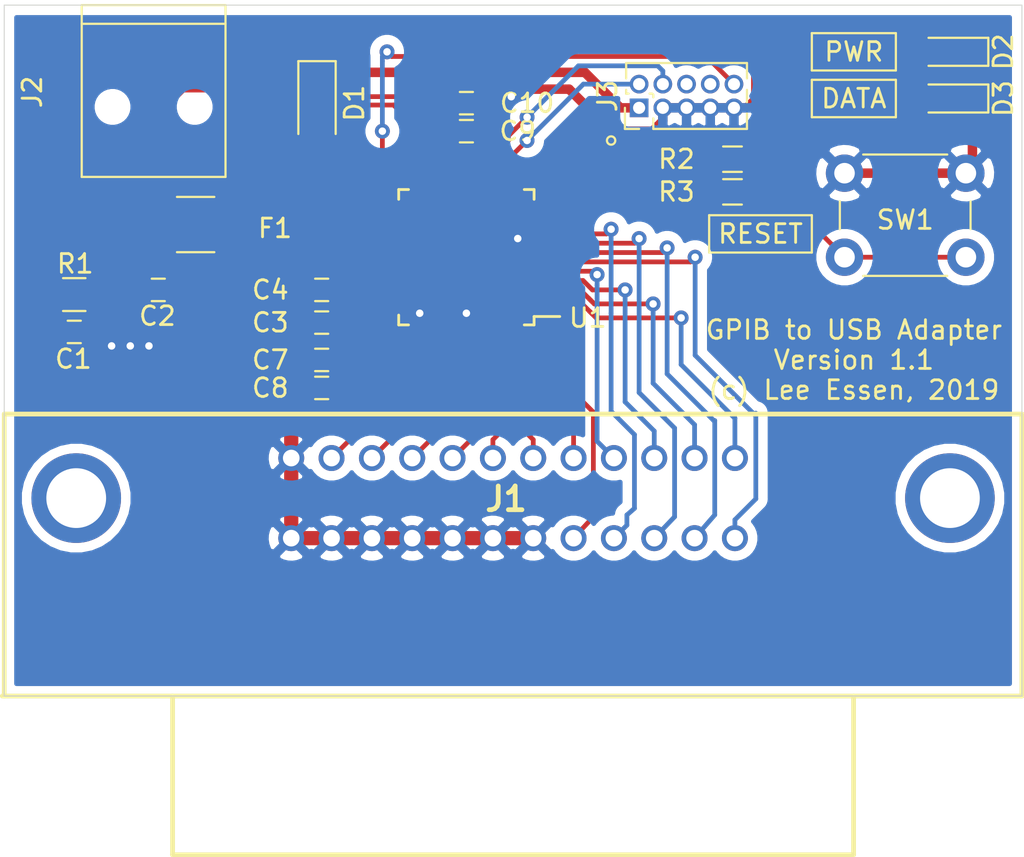
<source format=kicad_pcb>
(kicad_pcb (version 20171130) (host pcbnew "(5.1.2-1)-1")

  (general
    (thickness 1.6)
    (drawings 21)
    (tracks 303)
    (zones 0)
    (modules 20)
    (nets 52)
  )

  (page A4)
  (layers
    (0 F.Cu signal)
    (31 B.Cu signal)
    (32 B.Adhes user)
    (33 F.Adhes user)
    (34 B.Paste user)
    (35 F.Paste user)
    (36 B.SilkS user)
    (37 F.SilkS user)
    (38 B.Mask user)
    (39 F.Mask user)
    (40 Dwgs.User user)
    (41 Cmts.User user)
    (42 Eco1.User user)
    (43 Eco2.User user)
    (44 Edge.Cuts user)
    (45 Margin user)
    (46 B.CrtYd user)
    (47 F.CrtYd user)
    (48 B.Fab user hide)
    (49 F.Fab user hide)
  )

  (setup
    (last_trace_width 0.254)
    (user_trace_width 0.25)
    (user_trace_width 0.254)
    (user_trace_width 0.3048)
    (user_trace_width 0.508)
    (user_trace_width 0.762)
    (trace_clearance 0.1524)
    (zone_clearance 0.508)
    (zone_45_only no)
    (trace_min 0.2)
    (via_size 0.8)
    (via_drill 0.4)
    (via_min_size 0.4)
    (via_min_drill 0.3)
    (uvia_size 0.3)
    (uvia_drill 0.1)
    (uvias_allowed no)
    (uvia_min_size 0.2)
    (uvia_min_drill 0.1)
    (edge_width 0.05)
    (segment_width 0.2)
    (pcb_text_width 0.3)
    (pcb_text_size 1.5 1.5)
    (mod_edge_width 0.12)
    (mod_text_size 1 1)
    (mod_text_width 0.15)
    (pad_size 1.524 1.524)
    (pad_drill 0.762)
    (pad_to_mask_clearance 0.051)
    (solder_mask_min_width 0.25)
    (aux_axis_origin 0 0)
    (visible_elements FFFFFF7F)
    (pcbplotparams
      (layerselection 0x010fc_ffffffff)
      (usegerberextensions false)
      (usegerberattributes false)
      (usegerberadvancedattributes false)
      (creategerberjobfile false)
      (excludeedgelayer true)
      (linewidth 0.100000)
      (plotframeref false)
      (viasonmask false)
      (mode 1)
      (useauxorigin false)
      (hpglpennumber 1)
      (hpglpenspeed 20)
      (hpglpendiameter 15.000000)
      (psnegative false)
      (psa4output false)
      (plotreference true)
      (plotvalue true)
      (plotinvisibletext false)
      (padsonsilk false)
      (subtractmaskfromsilk false)
      (outputformat 1)
      (mirror false)
      (drillshape 0)
      (scaleselection 1)
      (outputdirectory "plots/"))
  )

  (net 0 "")
  (net 1 "Net-(U1-Pad11)")
  (net 2 "Net-(U1-Pad15)")
  (net 3 "Net-(U1-Pad18)")
  (net 4 "Net-(U1-Pad19)")
  (net 5 "Net-(U1-Pad20)")
  (net 6 "Net-(U1-Pad22)")
  (net 7 "Net-(U1-Pad26)")
  (net 8 "Net-(U1-Pad27)")
  (net 9 "Net-(J2-Pad4)")
  (net 10 /DIO1)
  (net 11 /DIO2)
  (net 12 /DIO3)
  (net 13 /DIO4)
  (net 14 /EOI)
  (net 15 /DAV)
  (net 16 /NRFD)
  (net 17 /NDAC)
  (net 18 /IFC)
  (net 19 /SRQ)
  (net 20 /ATN)
  (net 21 GND)
  (net 22 /DIO5)
  (net 23 /DIO6)
  (net 24 /DIO7)
  (net 25 /DIO8)
  (net 26 /REN)
  (net 27 "Net-(C1-Pad2)")
  (net 28 "Net-(C2-Pad1)")
  (net 29 /VDD)
  (net 30 /USB_VBUS)
  (net 31 /VCCD)
  (net 32 /P3[2])
  (net 33 /P3[3])
  (net 34 /TDO)
  (net 35 /TDI)
  (net 36 /XRES)
  (net 37 /USBD_P)
  (net 38 /USBD_N)
  (net 39 "Net-(U1-Pad28)")
  (net 40 "Net-(U1-Pad29)")
  (net 41 "Net-(U1-Pad30)")
  (net 42 "Net-(U1-Pad31)")
  (net 43 "Net-(U1-Pad32)")
  (net 44 "Net-(U1-Pad33)")
  (net 45 "Net-(U1-Pad34)")
  (net 46 "Net-(U1-Pad35)")
  (net 47 "Net-(D2-Pad2)")
  (net 48 /LED1)
  (net 49 "Net-(D3-Pad2)")
  (net 50 /LED2)
  (net 51 /SW1)

  (net_class Default "This is the default net class."
    (clearance 0.1524)
    (trace_width 0.25)
    (via_dia 0.8)
    (via_drill 0.4)
    (uvia_dia 0.3)
    (uvia_drill 0.1)
    (add_net /ATN)
    (add_net /DAV)
    (add_net /DIO1)
    (add_net /DIO2)
    (add_net /DIO3)
    (add_net /DIO4)
    (add_net /DIO5)
    (add_net /DIO6)
    (add_net /DIO7)
    (add_net /DIO8)
    (add_net /EOI)
    (add_net /IFC)
    (add_net /LED1)
    (add_net /LED2)
    (add_net /NDAC)
    (add_net /NRFD)
    (add_net /P3[2])
    (add_net /P3[3])
    (add_net /REN)
    (add_net /SRQ)
    (add_net /SW1)
    (add_net /TDI)
    (add_net /TDO)
    (add_net /USBD_N)
    (add_net /USBD_P)
    (add_net /USB_VBUS)
    (add_net /VCCD)
    (add_net /VDD)
    (add_net /XRES)
    (add_net GND)
    (add_net "Net-(C1-Pad2)")
    (add_net "Net-(C2-Pad1)")
    (add_net "Net-(D2-Pad2)")
    (add_net "Net-(D3-Pad2)")
    (add_net "Net-(J2-Pad4)")
    (add_net "Net-(U1-Pad11)")
    (add_net "Net-(U1-Pad15)")
    (add_net "Net-(U1-Pad18)")
    (add_net "Net-(U1-Pad19)")
    (add_net "Net-(U1-Pad20)")
    (add_net "Net-(U1-Pad22)")
    (add_net "Net-(U1-Pad26)")
    (add_net "Net-(U1-Pad27)")
    (add_net "Net-(U1-Pad28)")
    (add_net "Net-(U1-Pad29)")
    (add_net "Net-(U1-Pad30)")
    (add_net "Net-(U1-Pad31)")
    (add_net "Net-(U1-Pad32)")
    (add_net "Net-(U1-Pad33)")
    (add_net "Net-(U1-Pad34)")
    (add_net "Net-(U1-Pad35)")
  )

  (module Buttons_Switches_THT:SW_PUSH_6mm_h8mm (layer F.Cu) (tedit 5923F252) (tstamp 5D9525FB)
    (at 124 14.25 180)
    (descr "tactile push button, 6x6mm e.g. PHAP33xx series, height=8mm")
    (tags "tact sw push 6mm")
    (path /5DCC46A6)
    (fp_text reference SW1 (at 3.25 2) (layer F.SilkS)
      (effects (font (size 1 1) (thickness 0.15)))
    )
    (fp_text value SW_Push (at 3.75 6.7) (layer F.Fab)
      (effects (font (size 1 1) (thickness 0.15)))
    )
    (fp_text user %R (at 3.25 2.25) (layer F.Fab)
      (effects (font (size 1 1) (thickness 0.15)))
    )
    (fp_line (start 3.25 -0.75) (end 6.25 -0.75) (layer F.Fab) (width 0.1))
    (fp_line (start 6.25 -0.75) (end 6.25 5.25) (layer F.Fab) (width 0.1))
    (fp_line (start 6.25 5.25) (end 0.25 5.25) (layer F.Fab) (width 0.1))
    (fp_line (start 0.25 5.25) (end 0.25 -0.75) (layer F.Fab) (width 0.1))
    (fp_line (start 0.25 -0.75) (end 3.25 -0.75) (layer F.Fab) (width 0.1))
    (fp_line (start 7.75 6) (end 8 6) (layer F.CrtYd) (width 0.05))
    (fp_line (start 8 6) (end 8 5.75) (layer F.CrtYd) (width 0.05))
    (fp_line (start 7.75 -1.5) (end 8 -1.5) (layer F.CrtYd) (width 0.05))
    (fp_line (start 8 -1.5) (end 8 -1.25) (layer F.CrtYd) (width 0.05))
    (fp_line (start -1.5 -1.25) (end -1.5 -1.5) (layer F.CrtYd) (width 0.05))
    (fp_line (start -1.5 -1.5) (end -1.25 -1.5) (layer F.CrtYd) (width 0.05))
    (fp_line (start -1.5 5.75) (end -1.5 6) (layer F.CrtYd) (width 0.05))
    (fp_line (start -1.5 6) (end -1.25 6) (layer F.CrtYd) (width 0.05))
    (fp_line (start -1.25 -1.5) (end 7.75 -1.5) (layer F.CrtYd) (width 0.05))
    (fp_line (start -1.5 5.75) (end -1.5 -1.25) (layer F.CrtYd) (width 0.05))
    (fp_line (start 7.75 6) (end -1.25 6) (layer F.CrtYd) (width 0.05))
    (fp_line (start 8 -1.25) (end 8 5.75) (layer F.CrtYd) (width 0.05))
    (fp_line (start 1 5.5) (end 5.5 5.5) (layer F.SilkS) (width 0.12))
    (fp_line (start -0.25 1.5) (end -0.25 3) (layer F.SilkS) (width 0.12))
    (fp_line (start 5.5 -1) (end 1 -1) (layer F.SilkS) (width 0.12))
    (fp_line (start 6.75 3) (end 6.75 1.5) (layer F.SilkS) (width 0.12))
    (fp_circle (center 3.25 2.25) (end 1.25 2.5) (layer F.Fab) (width 0.1))
    (pad 2 thru_hole circle (at 0 4.5 270) (size 2 2) (drill 1.1) (layers *.Cu *.Mask)
      (net 21 GND))
    (pad 1 thru_hole circle (at 0 0 270) (size 2 2) (drill 1.1) (layers *.Cu *.Mask)
      (net 51 /SW1))
    (pad 2 thru_hole circle (at 6.5 4.5 270) (size 2 2) (drill 1.1) (layers *.Cu *.Mask)
      (net 21 GND))
    (pad 1 thru_hole circle (at 6.5 0 270) (size 2 2) (drill 1.1) (layers *.Cu *.Mask)
      (net 51 /SW1))
    (model ${KISYS3DMOD}/Buttons_Switches_THT.3dshapes/SW_PUSH_6mm_h8mm.wrl
      (offset (xyz 0.1269999980926514 0 0))
      (scale (xyz 0.3937 0.3937 0.3937))
      (rotate (xyz 0 0 0))
    )
  )

  (module Resistors_SMD:R_0603_HandSoldering (layer F.Cu) (tedit 58E0A804) (tstamp 5D95315D)
    (at 111.5 10.75 180)
    (descr "Resistor SMD 0603, hand soldering")
    (tags "resistor 0603")
    (path /5DC85F73)
    (attr smd)
    (fp_text reference R3 (at 3 0) (layer F.SilkS)
      (effects (font (size 1 1) (thickness 0.15)))
    )
    (fp_text value 1k (at 0 1.55) (layer F.Fab)
      (effects (font (size 1 1) (thickness 0.15)))
    )
    (fp_text user %R (at 0 0) (layer F.Fab)
      (effects (font (size 0.4 0.4) (thickness 0.075)))
    )
    (fp_line (start -0.8 0.4) (end -0.8 -0.4) (layer F.Fab) (width 0.1))
    (fp_line (start 0.8 0.4) (end -0.8 0.4) (layer F.Fab) (width 0.1))
    (fp_line (start 0.8 -0.4) (end 0.8 0.4) (layer F.Fab) (width 0.1))
    (fp_line (start -0.8 -0.4) (end 0.8 -0.4) (layer F.Fab) (width 0.1))
    (fp_line (start 0.5 0.68) (end -0.5 0.68) (layer F.SilkS) (width 0.12))
    (fp_line (start -0.5 -0.68) (end 0.5 -0.68) (layer F.SilkS) (width 0.12))
    (fp_line (start -1.96 -0.7) (end 1.95 -0.7) (layer F.CrtYd) (width 0.05))
    (fp_line (start -1.96 -0.7) (end -1.96 0.7) (layer F.CrtYd) (width 0.05))
    (fp_line (start 1.95 0.7) (end 1.95 -0.7) (layer F.CrtYd) (width 0.05))
    (fp_line (start 1.95 0.7) (end -1.96 0.7) (layer F.CrtYd) (width 0.05))
    (pad 1 smd rect (at -1.1 0 180) (size 1.2 0.9) (layers F.Cu F.Paste F.Mask)
      (net 49 "Net-(D3-Pad2)"))
    (pad 2 smd rect (at 1.1 0 180) (size 1.2 0.9) (layers F.Cu F.Paste F.Mask)
      (net 50 /LED2))
    (model ${KISYS3DMOD}/Resistors_SMD.3dshapes/R_0603.wrl
      (at (xyz 0 0 0))
      (scale (xyz 1 1 1))
      (rotate (xyz 0 0 0))
    )
  )

  (module Resistors_SMD:R_0603_HandSoldering (layer F.Cu) (tedit 58E0A804) (tstamp 5D95312D)
    (at 111.5 9 180)
    (descr "Resistor SMD 0603, hand soldering")
    (tags "resistor 0603")
    (path /5DC74B92)
    (attr smd)
    (fp_text reference R2 (at 3 0) (layer F.SilkS)
      (effects (font (size 1 1) (thickness 0.15)))
    )
    (fp_text value 1k (at 0 1.55) (layer F.Fab)
      (effects (font (size 1 1) (thickness 0.15)))
    )
    (fp_text user %R (at 0 0) (layer F.Fab)
      (effects (font (size 0.4 0.4) (thickness 0.075)))
    )
    (fp_line (start -0.8 0.4) (end -0.8 -0.4) (layer F.Fab) (width 0.1))
    (fp_line (start 0.8 0.4) (end -0.8 0.4) (layer F.Fab) (width 0.1))
    (fp_line (start 0.8 -0.4) (end 0.8 0.4) (layer F.Fab) (width 0.1))
    (fp_line (start -0.8 -0.4) (end 0.8 -0.4) (layer F.Fab) (width 0.1))
    (fp_line (start 0.5 0.68) (end -0.5 0.68) (layer F.SilkS) (width 0.12))
    (fp_line (start -0.5 -0.68) (end 0.5 -0.68) (layer F.SilkS) (width 0.12))
    (fp_line (start -1.96 -0.7) (end 1.95 -0.7) (layer F.CrtYd) (width 0.05))
    (fp_line (start -1.96 -0.7) (end -1.96 0.7) (layer F.CrtYd) (width 0.05))
    (fp_line (start 1.95 0.7) (end 1.95 -0.7) (layer F.CrtYd) (width 0.05))
    (fp_line (start 1.95 0.7) (end -1.96 0.7) (layer F.CrtYd) (width 0.05))
    (pad 1 smd rect (at -1.1 0 180) (size 1.2 0.9) (layers F.Cu F.Paste F.Mask)
      (net 47 "Net-(D2-Pad2)"))
    (pad 2 smd rect (at 1.1 0 180) (size 1.2 0.9) (layers F.Cu F.Paste F.Mask)
      (net 48 /LED1))
    (model ${KISYS3DMOD}/Resistors_SMD.3dshapes/R_0603.wrl
      (at (xyz 0 0 0))
      (scale (xyz 1 1 1))
      (rotate (xyz 0 0 0))
    )
  )

  (module LEDs:LED_0805_HandSoldering (layer F.Cu) (tedit 595FCA25) (tstamp 5D9531CD)
    (at 123 5.75 180)
    (descr "Resistor SMD 0805, hand soldering")
    (tags "resistor 0805")
    (path /5DC85F69)
    (attr smd)
    (fp_text reference D3 (at -3 0 90) (layer F.SilkS)
      (effects (font (size 1 1) (thickness 0.15)))
    )
    (fp_text value LED (at 0 1.75) (layer F.Fab)
      (effects (font (size 1 1) (thickness 0.15)))
    )
    (fp_line (start -0.4 -0.4) (end -0.4 0.4) (layer F.Fab) (width 0.1))
    (fp_line (start -0.4 0) (end 0.2 -0.4) (layer F.Fab) (width 0.1))
    (fp_line (start 0.2 0.4) (end -0.4 0) (layer F.Fab) (width 0.1))
    (fp_line (start 0.2 -0.4) (end 0.2 0.4) (layer F.Fab) (width 0.1))
    (fp_line (start -1 0.62) (end -1 -0.62) (layer F.Fab) (width 0.1))
    (fp_line (start 1 0.62) (end -1 0.62) (layer F.Fab) (width 0.1))
    (fp_line (start 1 -0.62) (end 1 0.62) (layer F.Fab) (width 0.1))
    (fp_line (start -1 -0.62) (end 1 -0.62) (layer F.Fab) (width 0.1))
    (fp_line (start 1 0.75) (end -2.2 0.75) (layer F.SilkS) (width 0.12))
    (fp_line (start -2.2 -0.75) (end 1 -0.75) (layer F.SilkS) (width 0.12))
    (fp_line (start -2.35 -0.9) (end 2.35 -0.9) (layer F.CrtYd) (width 0.05))
    (fp_line (start -2.35 -0.9) (end -2.35 0.9) (layer F.CrtYd) (width 0.05))
    (fp_line (start 2.35 0.9) (end 2.35 -0.9) (layer F.CrtYd) (width 0.05))
    (fp_line (start 2.35 0.9) (end -2.35 0.9) (layer F.CrtYd) (width 0.05))
    (fp_line (start -2.2 -0.75) (end -2.2 0.75) (layer F.SilkS) (width 0.12))
    (pad 1 smd rect (at -1.35 0 180) (size 1.5 1.3) (layers F.Cu F.Paste F.Mask)
      (net 21 GND))
    (pad 2 smd rect (at 1.35 0 180) (size 1.5 1.3) (layers F.Cu F.Paste F.Mask)
      (net 49 "Net-(D3-Pad2)"))
    (model ${KISYS3DMOD}/LEDs.3dshapes/LED_0805.wrl
      (at (xyz 0 0 0))
      (scale (xyz 1 1 1))
      (rotate (xyz 0 0 0))
    )
  )

  (module LEDs:LED_0805_HandSoldering (layer F.Cu) (tedit 595FCA25) (tstamp 5D953191)
    (at 123 3.25 180)
    (descr "Resistor SMD 0805, hand soldering")
    (tags "resistor 0805")
    (path /5DC73CF5)
    (attr smd)
    (fp_text reference D2 (at -3 0 90) (layer F.SilkS)
      (effects (font (size 1 1) (thickness 0.15)))
    )
    (fp_text value LED (at 0 1.75) (layer F.Fab)
      (effects (font (size 1 1) (thickness 0.15)))
    )
    (fp_line (start -0.4 -0.4) (end -0.4 0.4) (layer F.Fab) (width 0.1))
    (fp_line (start -0.4 0) (end 0.2 -0.4) (layer F.Fab) (width 0.1))
    (fp_line (start 0.2 0.4) (end -0.4 0) (layer F.Fab) (width 0.1))
    (fp_line (start 0.2 -0.4) (end 0.2 0.4) (layer F.Fab) (width 0.1))
    (fp_line (start -1 0.62) (end -1 -0.62) (layer F.Fab) (width 0.1))
    (fp_line (start 1 0.62) (end -1 0.62) (layer F.Fab) (width 0.1))
    (fp_line (start 1 -0.62) (end 1 0.62) (layer F.Fab) (width 0.1))
    (fp_line (start -1 -0.62) (end 1 -0.62) (layer F.Fab) (width 0.1))
    (fp_line (start 1 0.75) (end -2.2 0.75) (layer F.SilkS) (width 0.12))
    (fp_line (start -2.2 -0.75) (end 1 -0.75) (layer F.SilkS) (width 0.12))
    (fp_line (start -2.35 -0.9) (end 2.35 -0.9) (layer F.CrtYd) (width 0.05))
    (fp_line (start -2.35 -0.9) (end -2.35 0.9) (layer F.CrtYd) (width 0.05))
    (fp_line (start 2.35 0.9) (end 2.35 -0.9) (layer F.CrtYd) (width 0.05))
    (fp_line (start 2.35 0.9) (end -2.35 0.9) (layer F.CrtYd) (width 0.05))
    (fp_line (start -2.2 -0.75) (end -2.2 0.75) (layer F.SilkS) (width 0.12))
    (pad 1 smd rect (at -1.35 0 180) (size 1.5 1.3) (layers F.Cu F.Paste F.Mask)
      (net 21 GND))
    (pad 2 smd rect (at 1.35 0 180) (size 1.5 1.3) (layers F.Cu F.Paste F.Mask)
      (net 47 "Net-(D2-Pad2)"))
    (model ${KISYS3DMOD}/LEDs.3dshapes/LED_0805.wrl
      (at (xyz 0 0 0))
      (scale (xyz 1 1 1))
      (rotate (xyz 0 0 0))
    )
  )

  (module Capacitors_SMD:C_0603_HandSoldering (layer F.Cu) (tedit 58AA848B) (tstamp 5D87C73C)
    (at 97.25 6 180)
    (descr "Capacitor SMD 0603, hand soldering")
    (tags "capacitor 0603")
    (path /5E334FF2)
    (attr smd)
    (fp_text reference C10 (at -3.25 0) (layer F.SilkS)
      (effects (font (size 1 1) (thickness 0.15)))
    )
    (fp_text value 1uF (at 0 1.5) (layer F.Fab)
      (effects (font (size 1 1) (thickness 0.15)))
    )
    (fp_text user %R (at 0 -1.25) (layer F.Fab)
      (effects (font (size 1 1) (thickness 0.15)))
    )
    (fp_line (start -0.8 0.4) (end -0.8 -0.4) (layer F.Fab) (width 0.1))
    (fp_line (start 0.8 0.4) (end -0.8 0.4) (layer F.Fab) (width 0.1))
    (fp_line (start 0.8 -0.4) (end 0.8 0.4) (layer F.Fab) (width 0.1))
    (fp_line (start -0.8 -0.4) (end 0.8 -0.4) (layer F.Fab) (width 0.1))
    (fp_line (start -0.35 -0.6) (end 0.35 -0.6) (layer F.SilkS) (width 0.12))
    (fp_line (start 0.35 0.6) (end -0.35 0.6) (layer F.SilkS) (width 0.12))
    (fp_line (start -1.8 -0.65) (end 1.8 -0.65) (layer F.CrtYd) (width 0.05))
    (fp_line (start -1.8 -0.65) (end -1.8 0.65) (layer F.CrtYd) (width 0.05))
    (fp_line (start 1.8 0.65) (end 1.8 -0.65) (layer F.CrtYd) (width 0.05))
    (fp_line (start 1.8 0.65) (end -1.8 0.65) (layer F.CrtYd) (width 0.05))
    (pad 1 smd rect (at -0.95 0 180) (size 1.2 0.75) (layers F.Cu F.Paste F.Mask)
      (net 21 GND))
    (pad 2 smd rect (at 0.95 0 180) (size 1.2 0.75) (layers F.Cu F.Paste F.Mask)
      (net 29 /VDD))
    (model Capacitors_SMD.3dshapes/C_0603.wrl
      (at (xyz 0 0 0))
      (scale (xyz 1 1 1))
      (rotate (xyz 0 0 0))
    )
  )

  (module Capacitors_SMD:C_0603_HandSoldering (layer F.Cu) (tedit 58AA848B) (tstamp 5D87C76C)
    (at 97.25 7.5 180)
    (descr "Capacitor SMD 0603, hand soldering")
    (tags "capacitor 0603")
    (path /5E334B32)
    (attr smd)
    (fp_text reference C9 (at -2.75 0) (layer F.SilkS)
      (effects (font (size 1 1) (thickness 0.15)))
    )
    (fp_text value 0.1uF (at 0 1.5) (layer F.Fab)
      (effects (font (size 1 1) (thickness 0.15)))
    )
    (fp_text user %R (at 0 -1.25) (layer F.Fab)
      (effects (font (size 1 1) (thickness 0.15)))
    )
    (fp_line (start -0.8 0.4) (end -0.8 -0.4) (layer F.Fab) (width 0.1))
    (fp_line (start 0.8 0.4) (end -0.8 0.4) (layer F.Fab) (width 0.1))
    (fp_line (start 0.8 -0.4) (end 0.8 0.4) (layer F.Fab) (width 0.1))
    (fp_line (start -0.8 -0.4) (end 0.8 -0.4) (layer F.Fab) (width 0.1))
    (fp_line (start -0.35 -0.6) (end 0.35 -0.6) (layer F.SilkS) (width 0.12))
    (fp_line (start 0.35 0.6) (end -0.35 0.6) (layer F.SilkS) (width 0.12))
    (fp_line (start -1.8 -0.65) (end 1.8 -0.65) (layer F.CrtYd) (width 0.05))
    (fp_line (start -1.8 -0.65) (end -1.8 0.65) (layer F.CrtYd) (width 0.05))
    (fp_line (start 1.8 0.65) (end 1.8 -0.65) (layer F.CrtYd) (width 0.05))
    (fp_line (start 1.8 0.65) (end -1.8 0.65) (layer F.CrtYd) (width 0.05))
    (pad 1 smd rect (at -0.95 0 180) (size 1.2 0.75) (layers F.Cu F.Paste F.Mask)
      (net 21 GND))
    (pad 2 smd rect (at 0.95 0 180) (size 1.2 0.75) (layers F.Cu F.Paste F.Mask)
      (net 29 /VDD))
    (model Capacitors_SMD.3dshapes/C_0603.wrl
      (at (xyz 0 0 0))
      (scale (xyz 1 1 1))
      (rotate (xyz 0 0 0))
    )
  )

  (module Capacitors_SMD:C_0603_HandSoldering (layer F.Cu) (tedit 58AA848B) (tstamp 5D87C79C)
    (at 89.5 21.25)
    (descr "Capacitor SMD 0603, hand soldering")
    (tags "capacitor 0603")
    (path /5E334583)
    (attr smd)
    (fp_text reference C8 (at -2.75 0) (layer F.SilkS)
      (effects (font (size 1 1) (thickness 0.15)))
    )
    (fp_text value 1uF (at 0 1.5) (layer F.Fab)
      (effects (font (size 1 1) (thickness 0.15)))
    )
    (fp_text user %R (at 0 -1.25) (layer F.Fab)
      (effects (font (size 1 1) (thickness 0.15)))
    )
    (fp_line (start -0.8 0.4) (end -0.8 -0.4) (layer F.Fab) (width 0.1))
    (fp_line (start 0.8 0.4) (end -0.8 0.4) (layer F.Fab) (width 0.1))
    (fp_line (start 0.8 -0.4) (end 0.8 0.4) (layer F.Fab) (width 0.1))
    (fp_line (start -0.8 -0.4) (end 0.8 -0.4) (layer F.Fab) (width 0.1))
    (fp_line (start -0.35 -0.6) (end 0.35 -0.6) (layer F.SilkS) (width 0.12))
    (fp_line (start 0.35 0.6) (end -0.35 0.6) (layer F.SilkS) (width 0.12))
    (fp_line (start -1.8 -0.65) (end 1.8 -0.65) (layer F.CrtYd) (width 0.05))
    (fp_line (start -1.8 -0.65) (end -1.8 0.65) (layer F.CrtYd) (width 0.05))
    (fp_line (start 1.8 0.65) (end 1.8 -0.65) (layer F.CrtYd) (width 0.05))
    (fp_line (start 1.8 0.65) (end -1.8 0.65) (layer F.CrtYd) (width 0.05))
    (pad 1 smd rect (at -0.95 0) (size 1.2 0.75) (layers F.Cu F.Paste F.Mask)
      (net 21 GND))
    (pad 2 smd rect (at 0.95 0) (size 1.2 0.75) (layers F.Cu F.Paste F.Mask)
      (net 29 /VDD))
    (model Capacitors_SMD.3dshapes/C_0603.wrl
      (at (xyz 0 0 0))
      (scale (xyz 1 1 1))
      (rotate (xyz 0 0 0))
    )
  )

  (module Capacitors_SMD:C_0603_HandSoldering (layer F.Cu) (tedit 58AA848B) (tstamp 5D87C7CC)
    (at 89.5 19.75)
    (descr "Capacitor SMD 0603, hand soldering")
    (tags "capacitor 0603")
    (path /5E333FEB)
    (attr smd)
    (fp_text reference C7 (at -2.75 0) (layer F.SilkS)
      (effects (font (size 1 1) (thickness 0.15)))
    )
    (fp_text value 0.1uF (at 0 1.5) (layer F.Fab)
      (effects (font (size 1 1) (thickness 0.15)))
    )
    (fp_text user %R (at 0 -1.25) (layer F.Fab)
      (effects (font (size 1 1) (thickness 0.15)))
    )
    (fp_line (start -0.8 0.4) (end -0.8 -0.4) (layer F.Fab) (width 0.1))
    (fp_line (start 0.8 0.4) (end -0.8 0.4) (layer F.Fab) (width 0.1))
    (fp_line (start 0.8 -0.4) (end 0.8 0.4) (layer F.Fab) (width 0.1))
    (fp_line (start -0.8 -0.4) (end 0.8 -0.4) (layer F.Fab) (width 0.1))
    (fp_line (start -0.35 -0.6) (end 0.35 -0.6) (layer F.SilkS) (width 0.12))
    (fp_line (start 0.35 0.6) (end -0.35 0.6) (layer F.SilkS) (width 0.12))
    (fp_line (start -1.8 -0.65) (end 1.8 -0.65) (layer F.CrtYd) (width 0.05))
    (fp_line (start -1.8 -0.65) (end -1.8 0.65) (layer F.CrtYd) (width 0.05))
    (fp_line (start 1.8 0.65) (end 1.8 -0.65) (layer F.CrtYd) (width 0.05))
    (fp_line (start 1.8 0.65) (end -1.8 0.65) (layer F.CrtYd) (width 0.05))
    (pad 1 smd rect (at -0.95 0) (size 1.2 0.75) (layers F.Cu F.Paste F.Mask)
      (net 21 GND))
    (pad 2 smd rect (at 0.95 0) (size 1.2 0.75) (layers F.Cu F.Paste F.Mask)
      (net 29 /VDD))
    (model Capacitors_SMD.3dshapes/C_0603.wrl
      (at (xyz 0 0 0))
      (scale (xyz 1 1 1))
      (rotate (xyz 0 0 0))
    )
  )

  (module Capacitors_SMD:C_0603_HandSoldering (layer F.Cu) (tedit 58AA848B) (tstamp 5D87C8F8)
    (at 89.5 16)
    (descr "Capacitor SMD 0603, hand soldering")
    (tags "capacitor 0603")
    (path /5E30F9B1)
    (attr smd)
    (fp_text reference C4 (at -2.75 0) (layer F.SilkS)
      (effects (font (size 1 1) (thickness 0.15)))
    )
    (fp_text value 0.1uF (at 0 1.5) (layer F.Fab)
      (effects (font (size 1 1) (thickness 0.15)))
    )
    (fp_text user %R (at 0 -1.25) (layer F.Fab)
      (effects (font (size 1 1) (thickness 0.15)))
    )
    (fp_line (start -0.8 0.4) (end -0.8 -0.4) (layer F.Fab) (width 0.1))
    (fp_line (start 0.8 0.4) (end -0.8 0.4) (layer F.Fab) (width 0.1))
    (fp_line (start 0.8 -0.4) (end 0.8 0.4) (layer F.Fab) (width 0.1))
    (fp_line (start -0.8 -0.4) (end 0.8 -0.4) (layer F.Fab) (width 0.1))
    (fp_line (start -0.35 -0.6) (end 0.35 -0.6) (layer F.SilkS) (width 0.12))
    (fp_line (start 0.35 0.6) (end -0.35 0.6) (layer F.SilkS) (width 0.12))
    (fp_line (start -1.8 -0.65) (end 1.8 -0.65) (layer F.CrtYd) (width 0.05))
    (fp_line (start -1.8 -0.65) (end -1.8 0.65) (layer F.CrtYd) (width 0.05))
    (fp_line (start 1.8 0.65) (end 1.8 -0.65) (layer F.CrtYd) (width 0.05))
    (fp_line (start 1.8 0.65) (end -1.8 0.65) (layer F.CrtYd) (width 0.05))
    (pad 1 smd rect (at -0.95 0) (size 1.2 0.75) (layers F.Cu F.Paste F.Mask)
      (net 21 GND))
    (pad 2 smd rect (at 0.95 0) (size 1.2 0.75) (layers F.Cu F.Paste F.Mask)
      (net 36 /XRES))
    (model Capacitors_SMD.3dshapes/C_0603.wrl
      (at (xyz 0 0 0))
      (scale (xyz 1 1 1))
      (rotate (xyz 0 0 0))
    )
  )

  (module Capacitors_SMD:C_0603_HandSoldering (layer F.Cu) (tedit 58AA848B) (tstamp 5D950230)
    (at 89.5 17.75)
    (descr "Capacitor SMD 0603, hand soldering")
    (tags "capacitor 0603")
    (path /5E2DAA24)
    (attr smd)
    (fp_text reference C3 (at -2.75 0) (layer F.SilkS)
      (effects (font (size 1 1) (thickness 0.15)))
    )
    (fp_text value 1uF (at 0 1.5) (layer F.Fab)
      (effects (font (size 1 1) (thickness 0.15)))
    )
    (fp_text user %R (at 0 -1.25) (layer F.Fab)
      (effects (font (size 1 1) (thickness 0.15)))
    )
    (fp_line (start -0.8 0.4) (end -0.8 -0.4) (layer F.Fab) (width 0.1))
    (fp_line (start 0.8 0.4) (end -0.8 0.4) (layer F.Fab) (width 0.1))
    (fp_line (start 0.8 -0.4) (end 0.8 0.4) (layer F.Fab) (width 0.1))
    (fp_line (start -0.8 -0.4) (end 0.8 -0.4) (layer F.Fab) (width 0.1))
    (fp_line (start -0.35 -0.6) (end 0.35 -0.6) (layer F.SilkS) (width 0.12))
    (fp_line (start 0.35 0.6) (end -0.35 0.6) (layer F.SilkS) (width 0.12))
    (fp_line (start -1.8 -0.65) (end 1.8 -0.65) (layer F.CrtYd) (width 0.05))
    (fp_line (start -1.8 -0.65) (end -1.8 0.65) (layer F.CrtYd) (width 0.05))
    (fp_line (start 1.8 0.65) (end 1.8 -0.65) (layer F.CrtYd) (width 0.05))
    (fp_line (start 1.8 0.65) (end -1.8 0.65) (layer F.CrtYd) (width 0.05))
    (pad 1 smd rect (at -0.95 0) (size 1.2 0.75) (layers F.Cu F.Paste F.Mask)
      (net 21 GND))
    (pad 2 smd rect (at 0.95 0) (size 1.2 0.75) (layers F.Cu F.Paste F.Mask)
      (net 31 /VCCD))
    (model Capacitors_SMD.3dshapes/C_0603.wrl
      (at (xyz 0 0 0))
      (scale (xyz 1 1 1))
      (rotate (xyz 0 0 0))
    )
  )

  (module Capacitors_SMD:C_0603_HandSoldering (layer F.Cu) (tedit 58AA848B) (tstamp 5D877FF6)
    (at 80.75 16 180)
    (descr "Capacitor SMD 0603, hand soldering")
    (tags "capacitor 0603")
    (path /5E27DA14)
    (attr smd)
    (fp_text reference C2 (at 0.05 -1.4) (layer F.SilkS)
      (effects (font (size 1 1) (thickness 0.15)))
    )
    (fp_text value 0.1uF (at 0 1.5) (layer F.Fab)
      (effects (font (size 1 1) (thickness 0.15)))
    )
    (fp_text user %R (at 0 -1.25) (layer F.Fab)
      (effects (font (size 1 1) (thickness 0.15)))
    )
    (fp_line (start -0.8 0.4) (end -0.8 -0.4) (layer F.Fab) (width 0.1))
    (fp_line (start 0.8 0.4) (end -0.8 0.4) (layer F.Fab) (width 0.1))
    (fp_line (start 0.8 -0.4) (end 0.8 0.4) (layer F.Fab) (width 0.1))
    (fp_line (start -0.8 -0.4) (end 0.8 -0.4) (layer F.Fab) (width 0.1))
    (fp_line (start -0.35 -0.6) (end 0.35 -0.6) (layer F.SilkS) (width 0.12))
    (fp_line (start 0.35 0.6) (end -0.35 0.6) (layer F.SilkS) (width 0.12))
    (fp_line (start -1.8 -0.65) (end 1.8 -0.65) (layer F.CrtYd) (width 0.05))
    (fp_line (start -1.8 -0.65) (end -1.8 0.65) (layer F.CrtYd) (width 0.05))
    (fp_line (start 1.8 0.65) (end 1.8 -0.65) (layer F.CrtYd) (width 0.05))
    (fp_line (start 1.8 0.65) (end -1.8 0.65) (layer F.CrtYd) (width 0.05))
    (pad 1 smd rect (at -0.95 0 180) (size 1.2 0.75) (layers F.Cu F.Paste F.Mask)
      (net 28 "Net-(C2-Pad1)"))
    (pad 2 smd rect (at 0.95 0 180) (size 1.2 0.75) (layers F.Cu F.Paste F.Mask)
      (net 21 GND))
    (model Capacitors_SMD.3dshapes/C_0603.wrl
      (at (xyz 0 0 0))
      (scale (xyz 1 1 1))
      (rotate (xyz 0 0 0))
    )
  )

  (module Capacitors_SMD:C_0603_HandSoldering (layer F.Cu) (tedit 58AA848B) (tstamp 5D877FF3)
    (at 76.25 18.25 180)
    (descr "Capacitor SMD 0603, hand soldering")
    (tags "capacitor 0603")
    (path /5E28FA84)
    (attr smd)
    (fp_text reference C1 (at 0.05 -1.45) (layer F.SilkS)
      (effects (font (size 1 1) (thickness 0.15)))
    )
    (fp_text value 0.01uF (at 0 1.5) (layer F.Fab)
      (effects (font (size 1 1) (thickness 0.15)))
    )
    (fp_text user %R (at 0 -1.25) (layer F.Fab)
      (effects (font (size 1 1) (thickness 0.15)))
    )
    (fp_line (start -0.8 0.4) (end -0.8 -0.4) (layer F.Fab) (width 0.1))
    (fp_line (start 0.8 0.4) (end -0.8 0.4) (layer F.Fab) (width 0.1))
    (fp_line (start 0.8 -0.4) (end 0.8 0.4) (layer F.Fab) (width 0.1))
    (fp_line (start -0.8 -0.4) (end 0.8 -0.4) (layer F.Fab) (width 0.1))
    (fp_line (start -0.35 -0.6) (end 0.35 -0.6) (layer F.SilkS) (width 0.12))
    (fp_line (start 0.35 0.6) (end -0.35 0.6) (layer F.SilkS) (width 0.12))
    (fp_line (start -1.8 -0.65) (end 1.8 -0.65) (layer F.CrtYd) (width 0.05))
    (fp_line (start -1.8 -0.65) (end -1.8 0.65) (layer F.CrtYd) (width 0.05))
    (fp_line (start 1.8 0.65) (end 1.8 -0.65) (layer F.CrtYd) (width 0.05))
    (fp_line (start 1.8 0.65) (end -1.8 0.65) (layer F.CrtYd) (width 0.05))
    (pad 1 smd rect (at -0.95 0 180) (size 1.2 0.75) (layers F.Cu F.Paste F.Mask)
      (net 21 GND))
    (pad 2 smd rect (at 0.95 0 180) (size 1.2 0.75) (layers F.Cu F.Paste F.Mask)
      (net 27 "Net-(C1-Pad2)"))
    (model Capacitors_SMD.3dshapes/C_0603.wrl
      (at (xyz 0 0 0))
      (scale (xyz 1 1 1))
      (rotate (xyz 0 0 0))
    )
  )

  (module Pin_Headers:Pin_Header_Straight_2x05_Pitch1.27mm (layer F.Cu) (tedit 59650536) (tstamp 5D87C840)
    (at 106.5 6.25 90)
    (descr "Through hole straight pin header, 2x05, 1.27mm pitch, double rows")
    (tags "Through hole pin header THT 2x05 1.27mm double row")
    (path /5E2F8D14)
    (fp_text reference J3 (at 0.635 -1.695 90) (layer F.SilkS)
      (effects (font (size 1 1) (thickness 0.15)))
    )
    (fp_text value SWD (at 0.635 6.775 90) (layer F.Fab)
      (effects (font (size 1 1) (thickness 0.15)))
    )
    (fp_line (start -0.2175 -0.635) (end 2.34 -0.635) (layer F.Fab) (width 0.1))
    (fp_line (start 2.34 -0.635) (end 2.34 5.715) (layer F.Fab) (width 0.1))
    (fp_line (start 2.34 5.715) (end -1.07 5.715) (layer F.Fab) (width 0.1))
    (fp_line (start -1.07 5.715) (end -1.07 0.2175) (layer F.Fab) (width 0.1))
    (fp_line (start -1.07 0.2175) (end -0.2175 -0.635) (layer F.Fab) (width 0.1))
    (fp_line (start -1.13 5.775) (end -0.30753 5.775) (layer F.SilkS) (width 0.12))
    (fp_line (start 1.57753 5.775) (end 2.4 5.775) (layer F.SilkS) (width 0.12))
    (fp_line (start 0.30753 5.775) (end 0.96247 5.775) (layer F.SilkS) (width 0.12))
    (fp_line (start -1.13 0.76) (end -1.13 5.775) (layer F.SilkS) (width 0.12))
    (fp_line (start 2.4 -0.695) (end 2.4 5.775) (layer F.SilkS) (width 0.12))
    (fp_line (start -1.13 0.76) (end -0.563471 0.76) (layer F.SilkS) (width 0.12))
    (fp_line (start 0.563471 0.76) (end 0.706529 0.76) (layer F.SilkS) (width 0.12))
    (fp_line (start 0.76 0.706529) (end 0.76 0.563471) (layer F.SilkS) (width 0.12))
    (fp_line (start 0.76 -0.563471) (end 0.76 -0.695) (layer F.SilkS) (width 0.12))
    (fp_line (start 0.76 -0.695) (end 0.96247 -0.695) (layer F.SilkS) (width 0.12))
    (fp_line (start 1.57753 -0.695) (end 2.4 -0.695) (layer F.SilkS) (width 0.12))
    (fp_line (start -1.13 0) (end -1.13 -0.76) (layer F.SilkS) (width 0.12))
    (fp_line (start -1.13 -0.76) (end 0 -0.76) (layer F.SilkS) (width 0.12))
    (fp_line (start -1.6 -1.15) (end -1.6 6.25) (layer F.CrtYd) (width 0.05))
    (fp_line (start -1.6 6.25) (end 2.85 6.25) (layer F.CrtYd) (width 0.05))
    (fp_line (start 2.85 6.25) (end 2.85 -1.15) (layer F.CrtYd) (width 0.05))
    (fp_line (start 2.85 -1.15) (end -1.6 -1.15) (layer F.CrtYd) (width 0.05))
    (fp_text user %R (at 3.25 2.75) (layer F.Fab)
      (effects (font (size 1 1) (thickness 0.15)))
    )
    (pad 1 thru_hole rect (at 0 0 90) (size 1 1) (drill 0.65) (layers *.Cu *.Mask)
      (net 29 /VDD))
    (pad 2 thru_hole oval (at 1.27 0 90) (size 1 1) (drill 0.65) (layers *.Cu *.Mask)
      (net 32 /P3[2]))
    (pad 3 thru_hole oval (at 0 1.27 90) (size 1 1) (drill 0.65) (layers *.Cu *.Mask)
      (net 21 GND))
    (pad 4 thru_hole oval (at 1.27 1.27 90) (size 1 1) (drill 0.65) (layers *.Cu *.Mask)
      (net 33 /P3[3]))
    (pad 5 thru_hole oval (at 0 2.54 90) (size 1 1) (drill 0.65) (layers *.Cu *.Mask)
      (net 21 GND))
    (pad 6 thru_hole oval (at 1.27 2.54 90) (size 1 1) (drill 0.65) (layers *.Cu *.Mask)
      (net 34 /TDO))
    (pad 7 thru_hole oval (at 0 3.81 90) (size 1 1) (drill 0.65) (layers *.Cu *.Mask)
      (net 21 GND))
    (pad 8 thru_hole oval (at 1.27 3.81 90) (size 1 1) (drill 0.65) (layers *.Cu *.Mask)
      (net 35 /TDI))
    (pad 9 thru_hole oval (at 0 5.08 90) (size 1 1) (drill 0.65) (layers *.Cu *.Mask)
      (net 21 GND))
    (pad 10 thru_hole oval (at 1.27 5.08 90) (size 1 1) (drill 0.65) (layers *.Cu *.Mask)
      (net 36 /XRES))
    (model ${KISYS3DMOD}/Pin_Headers.3dshapes/Pin_Header_Straight_2x05_Pitch1.27mm.wrl
      (at (xyz 0 0 0))
      (scale (xyz 1 1 1))
      (rotate (xyz 0 0 0))
    )
  )

  (module Housings_QFP:LQFP-48_7x7mm_Pitch0.5mm (layer F.Cu) (tedit 54130A77) (tstamp 5D87C95E)
    (at 97.25 14.25 180)
    (descr "48 LEAD LQFP 7x7mm (see MICREL LQFP7x7-48LD-PL-1.pdf)")
    (tags "QFP 0.5")
    (path /5E2C31D5)
    (attr smd)
    (fp_text reference U1 (at -6.5 -3.25) (layer F.SilkS)
      (effects (font (size 1 1) (thickness 0.15)))
    )
    (fp_text value CY8C4246AZI-L433 (at 0 6) (layer F.Fab)
      (effects (font (size 1 1) (thickness 0.15)))
    )
    (fp_text user %R (at 0 0) (layer F.Fab)
      (effects (font (size 1 1) (thickness 0.15)))
    )
    (fp_line (start -2.5 -3.5) (end 3.5 -3.5) (layer F.Fab) (width 0.15))
    (fp_line (start 3.5 -3.5) (end 3.5 3.5) (layer F.Fab) (width 0.15))
    (fp_line (start 3.5 3.5) (end -3.5 3.5) (layer F.Fab) (width 0.15))
    (fp_line (start -3.5 3.5) (end -3.5 -2.5) (layer F.Fab) (width 0.15))
    (fp_line (start -3.5 -2.5) (end -2.5 -3.5) (layer F.Fab) (width 0.15))
    (fp_line (start -5.25 -5.25) (end -5.25 5.25) (layer F.CrtYd) (width 0.05))
    (fp_line (start 5.25 -5.25) (end 5.25 5.25) (layer F.CrtYd) (width 0.05))
    (fp_line (start -5.25 -5.25) (end 5.25 -5.25) (layer F.CrtYd) (width 0.05))
    (fp_line (start -5.25 5.25) (end 5.25 5.25) (layer F.CrtYd) (width 0.05))
    (fp_line (start -3.625 -3.625) (end -3.625 -3.175) (layer F.SilkS) (width 0.15))
    (fp_line (start 3.625 -3.625) (end 3.625 -3.1) (layer F.SilkS) (width 0.15))
    (fp_line (start 3.625 3.625) (end 3.625 3.1) (layer F.SilkS) (width 0.15))
    (fp_line (start -3.625 3.625) (end -3.625 3.1) (layer F.SilkS) (width 0.15))
    (fp_line (start -3.625 -3.625) (end -3.1 -3.625) (layer F.SilkS) (width 0.15))
    (fp_line (start -3.625 3.625) (end -3.1 3.625) (layer F.SilkS) (width 0.15))
    (fp_line (start 3.625 3.625) (end 3.1 3.625) (layer F.SilkS) (width 0.15))
    (fp_line (start 3.625 -3.625) (end 3.1 -3.625) (layer F.SilkS) (width 0.15))
    (fp_line (start -3.625 -3.175) (end -5 -3.175) (layer F.SilkS) (width 0.15))
    (pad 1 smd rect (at -4.35 -2.75 180) (size 1.3 0.25) (layers F.Cu F.Paste F.Mask)
      (net 26 /REN))
    (pad 2 smd rect (at -4.35 -2.25 180) (size 1.3 0.25) (layers F.Cu F.Paste F.Mask)
      (net 10 /DIO1))
    (pad 3 smd rect (at -4.35 -1.75 180) (size 1.3 0.25) (layers F.Cu F.Paste F.Mask)
      (net 11 /DIO2))
    (pad 4 smd rect (at -4.35 -1.25 180) (size 1.3 0.25) (layers F.Cu F.Paste F.Mask)
      (net 12 /DIO3))
    (pad 5 smd rect (at -4.35 -0.75 180) (size 1.3 0.25) (layers F.Cu F.Paste F.Mask)
      (net 13 /DIO4))
    (pad 6 smd rect (at -4.35 -0.25 180) (size 1.3 0.25) (layers F.Cu F.Paste F.Mask)
      (net 22 /DIO5))
    (pad 7 smd rect (at -4.35 0.25 180) (size 1.3 0.25) (layers F.Cu F.Paste F.Mask)
      (net 23 /DIO6))
    (pad 8 smd rect (at -4.35 0.75 180) (size 1.3 0.25) (layers F.Cu F.Paste F.Mask)
      (net 24 /DIO7))
    (pad 9 smd rect (at -4.35 1.25 180) (size 1.3 0.25) (layers F.Cu F.Paste F.Mask)
      (net 25 /DIO8))
    (pad 10 smd rect (at -4.35 1.75 180) (size 1.3 0.25) (layers F.Cu F.Paste F.Mask)
      (net 21 GND))
    (pad 11 smd rect (at -4.35 2.25 180) (size 1.3 0.25) (layers F.Cu F.Paste F.Mask)
      (net 1 "Net-(U1-Pad11)"))
    (pad 12 smd rect (at -4.35 2.75 180) (size 1.3 0.25) (layers F.Cu F.Paste F.Mask)
      (net 51 /SW1))
    (pad 13 smd rect (at -2.75 4.35 270) (size 1.3 0.25) (layers F.Cu F.Paste F.Mask)
      (net 48 /LED1))
    (pad 14 smd rect (at -2.25 4.35 270) (size 1.3 0.25) (layers F.Cu F.Paste F.Mask)
      (net 32 /P3[2]))
    (pad 15 smd rect (at -1.75 4.35 270) (size 1.3 0.25) (layers F.Cu F.Paste F.Mask)
      (net 2 "Net-(U1-Pad15)"))
    (pad 16 smd rect (at -1.25 4.35 270) (size 1.3 0.25) (layers F.Cu F.Paste F.Mask)
      (net 33 /P3[3]))
    (pad 17 smd rect (at -0.75 4.35 270) (size 1.3 0.25) (layers F.Cu F.Paste F.Mask)
      (net 50 /LED2))
    (pad 18 smd rect (at -0.25 4.35 270) (size 1.3 0.25) (layers F.Cu F.Paste F.Mask)
      (net 3 "Net-(U1-Pad18)"))
    (pad 19 smd rect (at 0.25 4.35 270) (size 1.3 0.25) (layers F.Cu F.Paste F.Mask)
      (net 4 "Net-(U1-Pad19)"))
    (pad 20 smd rect (at 0.75 4.35 270) (size 1.3 0.25) (layers F.Cu F.Paste F.Mask)
      (net 5 "Net-(U1-Pad20)"))
    (pad 21 smd rect (at 1.25 4.35 270) (size 1.3 0.25) (layers F.Cu F.Paste F.Mask)
      (net 29 /VDD))
    (pad 22 smd rect (at 1.75 4.35 270) (size 1.3 0.25) (layers F.Cu F.Paste F.Mask)
      (net 6 "Net-(U1-Pad22)"))
    (pad 23 smd rect (at 2.25 4.35 270) (size 1.3 0.25) (layers F.Cu F.Paste F.Mask)
      (net 37 /USBD_P))
    (pad 24 smd rect (at 2.75 4.35 270) (size 1.3 0.25) (layers F.Cu F.Paste F.Mask)
      (net 38 /USBD_N))
    (pad 25 smd rect (at 4.35 2.75 180) (size 1.3 0.25) (layers F.Cu F.Paste F.Mask)
      (net 30 /USB_VBUS))
    (pad 26 smd rect (at 4.35 2.25 180) (size 1.3 0.25) (layers F.Cu F.Paste F.Mask)
      (net 7 "Net-(U1-Pad26)"))
    (pad 27 smd rect (at 4.35 1.75 180) (size 1.3 0.25) (layers F.Cu F.Paste F.Mask)
      (net 8 "Net-(U1-Pad27)"))
    (pad 28 smd rect (at 4.35 1.25 180) (size 1.3 0.25) (layers F.Cu F.Paste F.Mask)
      (net 39 "Net-(U1-Pad28)"))
    (pad 29 smd rect (at 4.35 0.75 180) (size 1.3 0.25) (layers F.Cu F.Paste F.Mask)
      (net 40 "Net-(U1-Pad29)"))
    (pad 30 smd rect (at 4.35 0.25 180) (size 1.3 0.25) (layers F.Cu F.Paste F.Mask)
      (net 41 "Net-(U1-Pad30)"))
    (pad 31 smd rect (at 4.35 -0.25 180) (size 1.3 0.25) (layers F.Cu F.Paste F.Mask)
      (net 42 "Net-(U1-Pad31)"))
    (pad 32 smd rect (at 4.35 -0.75 180) (size 1.3 0.25) (layers F.Cu F.Paste F.Mask)
      (net 43 "Net-(U1-Pad32)"))
    (pad 33 smd rect (at 4.35 -1.25 180) (size 1.3 0.25) (layers F.Cu F.Paste F.Mask)
      (net 44 "Net-(U1-Pad33)"))
    (pad 34 smd rect (at 4.35 -1.75 180) (size 1.3 0.25) (layers F.Cu F.Paste F.Mask)
      (net 45 "Net-(U1-Pad34)"))
    (pad 35 smd rect (at 4.35 -2.25 180) (size 1.3 0.25) (layers F.Cu F.Paste F.Mask)
      (net 46 "Net-(U1-Pad35)"))
    (pad 36 smd rect (at 4.35 -2.75 180) (size 1.3 0.25) (layers F.Cu F.Paste F.Mask)
      (net 36 /XRES))
    (pad 37 smd rect (at 2.75 -4.35 270) (size 1.3 0.25) (layers F.Cu F.Paste F.Mask)
      (net 31 /VCCD))
    (pad 38 smd rect (at 2.25 -4.35 270) (size 1.3 0.25) (layers F.Cu F.Paste F.Mask)
      (net 21 GND))
    (pad 39 smd rect (at 1.75 -4.35 270) (size 1.3 0.25) (layers F.Cu F.Paste F.Mask)
      (net 29 /VDD))
    (pad 40 smd rect (at 1.25 -4.35 270) (size 1.3 0.25) (layers F.Cu F.Paste F.Mask)
      (net 29 /VDD))
    (pad 41 smd rect (at 0.75 -4.35 270) (size 1.3 0.25) (layers F.Cu F.Paste F.Mask)
      (net 21 GND))
    (pad 42 smd rect (at 0.25 -4.35 270) (size 1.3 0.25) (layers F.Cu F.Paste F.Mask)
      (net 20 /ATN))
    (pad 43 smd rect (at -0.25 -4.35 270) (size 1.3 0.25) (layers F.Cu F.Paste F.Mask)
      (net 19 /SRQ))
    (pad 44 smd rect (at -0.75 -4.35 270) (size 1.3 0.25) (layers F.Cu F.Paste F.Mask)
      (net 18 /IFC))
    (pad 45 smd rect (at -1.25 -4.35 270) (size 1.3 0.25) (layers F.Cu F.Paste F.Mask)
      (net 17 /NDAC))
    (pad 46 smd rect (at -1.75 -4.35 270) (size 1.3 0.25) (layers F.Cu F.Paste F.Mask)
      (net 16 /NRFD))
    (pad 47 smd rect (at -2.25 -4.35 270) (size 1.3 0.25) (layers F.Cu F.Paste F.Mask)
      (net 15 /DAV))
    (pad 48 smd rect (at -2.75 -4.35 270) (size 1.3 0.25) (layers F.Cu F.Paste F.Mask)
      (net 14 /EOI))
    (model ${KISYS3DMOD}/Housings_QFP.3dshapes/LQFP-48_7x7mm_Pitch0.5mm.wrl
      (at (xyz 0 0 0))
      (scale (xyz 1 1 1))
      (rotate (xyz 0 0 0))
    )
  )

  (module Resistors_SMD:R_0805_HandSoldering (layer F.Cu) (tedit 58E0A804) (tstamp 5D878085)
    (at 76.25 16.25 180)
    (descr "Resistor SMD 0805, hand soldering")
    (tags "resistor 0805")
    (path /5E290C85)
    (attr smd)
    (fp_text reference R1 (at -0.05 1.65) (layer F.SilkS)
      (effects (font (size 1 1) (thickness 0.15)))
    )
    (fp_text value 100K (at 0 1.75) (layer F.Fab)
      (effects (font (size 1 1) (thickness 0.15)))
    )
    (fp_text user %R (at 0 0) (layer F.Fab)
      (effects (font (size 0.5 0.5) (thickness 0.075)))
    )
    (fp_line (start -1 0.62) (end -1 -0.62) (layer F.Fab) (width 0.1))
    (fp_line (start 1 0.62) (end -1 0.62) (layer F.Fab) (width 0.1))
    (fp_line (start 1 -0.62) (end 1 0.62) (layer F.Fab) (width 0.1))
    (fp_line (start -1 -0.62) (end 1 -0.62) (layer F.Fab) (width 0.1))
    (fp_line (start 0.6 0.88) (end -0.6 0.88) (layer F.SilkS) (width 0.12))
    (fp_line (start -0.6 -0.88) (end 0.6 -0.88) (layer F.SilkS) (width 0.12))
    (fp_line (start -2.35 -0.9) (end 2.35 -0.9) (layer F.CrtYd) (width 0.05))
    (fp_line (start -2.35 -0.9) (end -2.35 0.9) (layer F.CrtYd) (width 0.05))
    (fp_line (start 2.35 0.9) (end 2.35 -0.9) (layer F.CrtYd) (width 0.05))
    (fp_line (start 2.35 0.9) (end -2.35 0.9) (layer F.CrtYd) (width 0.05))
    (pad 1 smd rect (at -1.35 0 180) (size 1.5 1.3) (layers F.Cu F.Paste F.Mask)
      (net 21 GND))
    (pad 2 smd rect (at 1.35 0 180) (size 1.5 1.3) (layers F.Cu F.Paste F.Mask)
      (net 27 "Net-(C1-Pad2)"))
    (model ${KISYS3DMOD}/Resistors_SMD.3dshapes/R_0805.wrl
      (at (xyz 0 0 0))
      (scale (xyz 1 1 1))
      (rotate (xyz 0 0 0))
    )
  )

  (module Resistors_SMD:R_1210_HandSoldering (layer F.Cu) (tedit 58E0A804) (tstamp 5D87C6C4)
    (at 82.75 12.5 180)
    (descr "Resistor SMD 1210, hand soldering")
    (tags "resistor 1210")
    (path /5E27B5F9)
    (attr smd)
    (fp_text reference F1 (at -4.25 -0.2) (layer F.SilkS)
      (effects (font (size 1 1) (thickness 0.15)))
    )
    (fp_text value "0.5A 16V" (at 0 2.4) (layer F.Fab)
      (effects (font (size 1 1) (thickness 0.15)))
    )
    (fp_text user %R (at 0 0) (layer F.Fab)
      (effects (font (size 0.7 0.7) (thickness 0.105)))
    )
    (fp_line (start -1.6 1.25) (end -1.6 -1.25) (layer F.Fab) (width 0.1))
    (fp_line (start 1.6 1.25) (end -1.6 1.25) (layer F.Fab) (width 0.1))
    (fp_line (start 1.6 -1.25) (end 1.6 1.25) (layer F.Fab) (width 0.1))
    (fp_line (start -1.6 -1.25) (end 1.6 -1.25) (layer F.Fab) (width 0.1))
    (fp_line (start 1 1.48) (end -1 1.48) (layer F.SilkS) (width 0.12))
    (fp_line (start -1 -1.48) (end 1 -1.48) (layer F.SilkS) (width 0.12))
    (fp_line (start -3.25 -1.5) (end 3.25 -1.5) (layer F.CrtYd) (width 0.05))
    (fp_line (start -3.25 -1.5) (end -3.25 1.5) (layer F.CrtYd) (width 0.05))
    (fp_line (start 3.25 1.5) (end 3.25 -1.5) (layer F.CrtYd) (width 0.05))
    (fp_line (start 3.25 1.5) (end -3.25 1.5) (layer F.CrtYd) (width 0.05))
    (pad 1 smd rect (at -2 0 180) (size 2 2.5) (layers F.Cu F.Paste F.Mask)
      (net 30 /USB_VBUS))
    (pad 2 smd rect (at 2 0 180) (size 2 2.5) (layers F.Cu F.Paste F.Mask)
      (net 28 "Net-(C2-Pad1)"))
    (model ${KISYS3DMOD}/Resistors_SMD.3dshapes/R_1210.wrl
      (at (xyz 0 0 0))
      (scale (xyz 1 1 1))
      (rotate (xyz 0 0 0))
    )
  )

  (module Diodes_SMD:D_SOD-123 (layer F.Cu) (tedit 58645DC7) (tstamp 5D87C6FC)
    (at 89.25 6 270)
    (descr SOD-123)
    (tags SOD-123)
    (path /5E28306B)
    (attr smd)
    (fp_text reference D1 (at 0 -2 90) (layer F.SilkS)
      (effects (font (size 1 1) (thickness 0.15)))
    )
    (fp_text value MBR0520LT (at 0 2.1 90) (layer F.Fab)
      (effects (font (size 1 1) (thickness 0.15)))
    )
    (fp_text user %R (at 0 -2 90) (layer F.Fab)
      (effects (font (size 1 1) (thickness 0.15)))
    )
    (fp_line (start -2.25 -1) (end -2.25 1) (layer F.SilkS) (width 0.12))
    (fp_line (start 0.25 0) (end 0.75 0) (layer F.Fab) (width 0.1))
    (fp_line (start 0.25 0.4) (end -0.35 0) (layer F.Fab) (width 0.1))
    (fp_line (start 0.25 -0.4) (end 0.25 0.4) (layer F.Fab) (width 0.1))
    (fp_line (start -0.35 0) (end 0.25 -0.4) (layer F.Fab) (width 0.1))
    (fp_line (start -0.35 0) (end -0.35 0.55) (layer F.Fab) (width 0.1))
    (fp_line (start -0.35 0) (end -0.35 -0.55) (layer F.Fab) (width 0.1))
    (fp_line (start -0.75 0) (end -0.35 0) (layer F.Fab) (width 0.1))
    (fp_line (start -1.4 0.9) (end -1.4 -0.9) (layer F.Fab) (width 0.1))
    (fp_line (start 1.4 0.9) (end -1.4 0.9) (layer F.Fab) (width 0.1))
    (fp_line (start 1.4 -0.9) (end 1.4 0.9) (layer F.Fab) (width 0.1))
    (fp_line (start -1.4 -0.9) (end 1.4 -0.9) (layer F.Fab) (width 0.1))
    (fp_line (start -2.35 -1.15) (end 2.35 -1.15) (layer F.CrtYd) (width 0.05))
    (fp_line (start 2.35 -1.15) (end 2.35 1.15) (layer F.CrtYd) (width 0.05))
    (fp_line (start 2.35 1.15) (end -2.35 1.15) (layer F.CrtYd) (width 0.05))
    (fp_line (start -2.35 -1.15) (end -2.35 1.15) (layer F.CrtYd) (width 0.05))
    (fp_line (start -2.25 1) (end 1.65 1) (layer F.SilkS) (width 0.12))
    (fp_line (start -2.25 -1) (end 1.65 -1) (layer F.SilkS) (width 0.12))
    (pad 1 smd rect (at -1.65 0 270) (size 0.9 1.2) (layers F.Cu F.Paste F.Mask)
      (net 29 /VDD))
    (pad 2 smd rect (at 1.65 0 270) (size 0.9 1.2) (layers F.Cu F.Paste F.Mask)
      (net 30 /USB_VBUS))
    (model ${KISYS3DMOD}/Diodes_SMD.3dshapes/D_SOD-123.wrl
      (at (xyz 0 0 0))
      (scale (xyz 1 1 1))
      (rotate (xyz 0 0 0))
    )
  )

  (module Connectors:USB_Mini-B (layer F.Cu) (tedit 5543E571) (tstamp 5D87664F)
    (at 80.5 6 270)
    (descr "USB Mini-B 5-pin SMD connector")
    (tags "USB USB_B USB_Mini connector")
    (path /5E25FAF8)
    (attr smd)
    (fp_text reference J2 (at -0.6 6.5 90) (layer F.SilkS)
      (effects (font (size 1 1) (thickness 0.15)))
    )
    (fp_text value USB_B_Mini (at -0.65 -7.1 90) (layer F.Fab)
      (effects (font (size 1 1) (thickness 0.15)))
    )
    (fp_line (start -5.5 -5.7) (end 4.2 -5.7) (layer F.CrtYd) (width 0.05))
    (fp_line (start 4.2 -5.7) (end 4.2 5.7) (layer F.CrtYd) (width 0.05))
    (fp_line (start 4.2 5.7) (end -5.5 5.7) (layer F.CrtYd) (width 0.05))
    (fp_line (start -5.5 5.7) (end -5.5 -5.7) (layer F.CrtYd) (width 0.05))
    (fp_line (start -4.25 -3.85) (end -4.25 3.85) (layer F.SilkS) (width 0.12))
    (fp_line (start -5.25 -3.85) (end -5.25 3.85) (layer F.SilkS) (width 0.12))
    (fp_line (start -5.25 3.85) (end 3.95 3.85) (layer F.SilkS) (width 0.12))
    (fp_line (start 3.95 3.85) (end 3.95 -3.85) (layer F.SilkS) (width 0.12))
    (fp_line (start 3.95 -3.85) (end -5.25 -3.85) (layer F.SilkS) (width 0.12))
    (pad 1 smd rect (at 2.8 -1.6 270) (size 2.3 0.5) (layers F.Cu F.Paste F.Mask)
      (net 28 "Net-(C2-Pad1)"))
    (pad 2 smd rect (at 2.8 -0.8 270) (size 2.3 0.5) (layers F.Cu F.Paste F.Mask)
      (net 38 /USBD_N))
    (pad 3 smd rect (at 2.8 0 270) (size 2.3 0.5) (layers F.Cu F.Paste F.Mask)
      (net 37 /USBD_P))
    (pad 4 smd rect (at 2.8 0.8 270) (size 2.3 0.5) (layers F.Cu F.Paste F.Mask)
      (net 9 "Net-(J2-Pad4)"))
    (pad 5 smd rect (at 2.8 1.6 270) (size 2.3 0.5) (layers F.Cu F.Paste F.Mask)
      (net 21 GND))
    (pad 6 smd rect (at 2.7 -4.45 270) (size 2.5 2) (layers F.Cu F.Paste F.Mask)
      (net 27 "Net-(C1-Pad2)"))
    (pad 6 smd rect (at -2.8 -4.45 270) (size 2.5 2) (layers F.Cu F.Paste F.Mask)
      (net 27 "Net-(C1-Pad2)"))
    (pad 6 smd rect (at 2.7 4.45 270) (size 2.5 2) (layers F.Cu F.Paste F.Mask)
      (net 27 "Net-(C1-Pad2)"))
    (pad 6 smd rect (at -2.8 4.45 270) (size 2.5 2) (layers F.Cu F.Paste F.Mask)
      (net 27 "Net-(C1-Pad2)"))
    (pad "" np_thru_hole circle (at 0.2 -2.2 270) (size 0.9 0.9) (drill 0.9) (layers *.Cu *.Mask))
    (pad "" np_thru_hole circle (at 0.2 2.2 270) (size 0.9 0.9) (drill 0.9) (layers *.Cu *.Mask))
  )

  (module Project:112-024-113R001 (layer F.Cu) (tedit 5D94DAA0) (tstamp 5D879442)
    (at 99.75 37.75)
    (descr 112-024-113R001)
    (tags Connector)
    (path /5E25D6CE)
    (fp_text reference J1 (at -0.372 -10.553) (layer F.SilkS)
      (effects (font (size 1.27 1.27) (thickness 0.254)))
    )
    (fp_text value 112-024-113R001 (at -0.372 -10.553) (layer F.SilkS) hide
      (effects (font (size 1.27 1.27) (thickness 0.254)))
    )
    (fp_text user %R (at -0.372 -10.553) (layer F.Fab)
      (effects (font (size 1.27 1.27) (thickness 0.254)))
    )
    (fp_line (start -27.25 -15.1) (end 27.25 -15.1) (layer F.Fab) (width 0.254))
    (fp_line (start 27.25 -15.1) (end 27.25 0) (layer F.Fab) (width 0.254))
    (fp_line (start 27.25 0) (end -27.25 0) (layer F.Fab) (width 0.254))
    (fp_line (start -27.25 0) (end -27.25 -15.1) (layer F.Fab) (width 0.254))
    (fp_line (start -18.235 0) (end -18.235 8.5) (layer F.Fab) (width 0.254))
    (fp_line (start -18.235 8.5) (end 18.235 8.5) (layer F.Fab) (width 0.254))
    (fp_line (start 18.235 8.5) (end 18.235 0) (layer F.Fab) (width 0.254))
    (fp_line (start -27.25 0) (end -27.25 -15.1) (layer F.SilkS) (width 0.254))
    (fp_line (start -27.25 -15.1) (end 27.25 -15.1) (layer F.SilkS) (width 0.254))
    (fp_line (start 27.25 -15.1) (end 27.25 0) (layer F.SilkS) (width 0.254))
    (fp_line (start 27.25 0) (end -27.35 0) (layer F.SilkS) (width 0.254))
    (fp_line (start -18.235 0) (end -18.235 8.5) (layer F.SilkS) (width 0.254))
    (fp_line (start -18.235 8.5) (end 18.235 8.5) (layer F.SilkS) (width 0.254))
    (fp_line (start 18.235 8.5) (end 18.235 0) (layer F.SilkS) (width 0.254))
    (pad 1 thru_hole circle (at 11.88 -12.745) (size 1.39 1.39) (drill 0.89) (layers *.Cu *.Mask)
      (net 10 /DIO1))
    (pad 13 thru_hole circle (at 11.88 -8.455) (size 1.39 1.39) (drill 0.89) (layers *.Cu *.Mask)
      (net 22 /DIO5))
    (pad 2 thru_hole circle (at 9.72 -12.745) (size 1.39 1.39) (drill 0.89) (layers *.Cu *.Mask)
      (net 11 /DIO2))
    (pad 14 thru_hole circle (at 9.72 -8.455) (size 1.39 1.39) (drill 0.89) (layers *.Cu *.Mask)
      (net 23 /DIO6))
    (pad 3 thru_hole circle (at 7.56 -12.745) (size 1.39 1.39) (drill 0.89) (layers *.Cu *.Mask)
      (net 12 /DIO3))
    (pad 15 thru_hole circle (at 7.56 -8.455) (size 1.39 1.39) (drill 0.89) (layers *.Cu *.Mask)
      (net 24 /DIO7))
    (pad 4 thru_hole circle (at 5.4 -12.745) (size 1.39 1.39) (drill 0.89) (layers *.Cu *.Mask)
      (net 13 /DIO4))
    (pad 16 thru_hole circle (at 5.4 -8.455) (size 1.39 1.39) (drill 0.89) (layers *.Cu *.Mask)
      (net 25 /DIO8))
    (pad 5 thru_hole circle (at 3.24 -12.745) (size 1.39 1.39) (drill 0.89) (layers *.Cu *.Mask)
      (net 14 /EOI))
    (pad 17 thru_hole circle (at 3.24 -8.455) (size 1.39 1.39) (drill 0.89) (layers *.Cu *.Mask)
      (net 26 /REN))
    (pad 6 thru_hole circle (at 1.08 -12.745) (size 1.39 1.39) (drill 0.89) (layers *.Cu *.Mask)
      (net 15 /DAV))
    (pad 18 thru_hole circle (at 1.08 -8.455) (size 1.39 1.39) (drill 0.89) (layers *.Cu *.Mask)
      (net 21 GND))
    (pad 7 thru_hole circle (at -1.08 -12.745) (size 1.39 1.39) (drill 0.89) (layers *.Cu *.Mask)
      (net 16 /NRFD))
    (pad 19 thru_hole circle (at -1.08 -8.455) (size 1.39 1.39) (drill 0.89) (layers *.Cu *.Mask)
      (net 21 GND))
    (pad 8 thru_hole circle (at -3.24 -12.745) (size 1.39 1.39) (drill 0.89) (layers *.Cu *.Mask)
      (net 17 /NDAC))
    (pad 20 thru_hole circle (at -3.24 -8.455) (size 1.39 1.39) (drill 0.89) (layers *.Cu *.Mask)
      (net 21 GND))
    (pad 9 thru_hole circle (at -5.4 -12.745) (size 1.39 1.39) (drill 0.89) (layers *.Cu *.Mask)
      (net 18 /IFC))
    (pad 21 thru_hole circle (at -5.4 -8.455) (size 1.39 1.39) (drill 0.89) (layers *.Cu *.Mask)
      (net 21 GND))
    (pad 10 thru_hole circle (at -7.56 -12.745) (size 1.39 1.39) (drill 0.89) (layers *.Cu *.Mask)
      (net 19 /SRQ))
    (pad 22 thru_hole circle (at -7.56 -8.455) (size 1.39 1.39) (drill 0.89) (layers *.Cu *.Mask)
      (net 21 GND))
    (pad 11 thru_hole circle (at -9.72 -12.745) (size 1.39 1.39) (drill 0.89) (layers *.Cu *.Mask)
      (net 20 /ATN))
    (pad 23 thru_hole circle (at -9.72 -8.455) (size 1.39 1.39) (drill 0.89) (layers *.Cu *.Mask)
      (net 21 GND))
    (pad 12 thru_hole circle (at -11.88 -12.745) (size 1.39 1.39) (drill 0.89) (layers *.Cu *.Mask)
      (net 21 GND))
    (pad 24 thru_hole circle (at -11.88 -8.455) (size 1.39 1.39) (drill 0.89) (layers *.Cu *.Mask)
      (net 21 GND))
    (pad 25 thru_hole circle (at -23.395 -10.6) (size 4.8 4.8) (drill 3.2) (layers *.Cu *.Mask))
    (pad 26 thru_hole circle (at 23.395 -10.6) (size 4.8 4.8) (drill 3.2) (layers *.Cu *.Mask))
  )

  (gr_line (start 110.25 12) (end 115.75 12) (layer F.SilkS) (width 0.12) (tstamp 5D953679))
  (gr_line (start 110.25 14) (end 110.25 12) (layer F.SilkS) (width 0.12))
  (gr_line (start 115.75 14) (end 110.25 14) (layer F.SilkS) (width 0.12))
  (gr_line (start 115.75 12) (end 115.75 14) (layer F.SilkS) (width 0.12))
  (gr_line (start 115.75 4.75) (end 120.25 4.75) (layer F.SilkS) (width 0.12) (tstamp 5D953671))
  (gr_line (start 115.75 6.75) (end 115.75 4.75) (layer F.SilkS) (width 0.12))
  (gr_line (start 120.25 6.75) (end 115.75 6.75) (layer F.SilkS) (width 0.12))
  (gr_line (start 120.25 4.75) (end 120.25 6.75) (layer F.SilkS) (width 0.12))
  (gr_line (start 115.75 2.25) (end 120.25 2.25) (layer F.SilkS) (width 0.12) (tstamp 5D953645))
  (gr_line (start 115.75 4.25) (end 115.75 2.25) (layer F.SilkS) (width 0.12))
  (gr_line (start 120.25 4.25) (end 115.75 4.25) (layer F.SilkS) (width 0.12))
  (gr_line (start 120.25 2.25) (end 120.25 4.25) (layer F.SilkS) (width 0.12))
  (gr_text RESET (at 113 13) (layer F.SilkS) (tstamp 5D95359F)
    (effects (font (size 1 1) (thickness 0.15)))
  )
  (gr_text DATA (at 118 5.75) (layer F.SilkS) (tstamp 5D95358F)
    (effects (font (size 1 1) (thickness 0.15)))
  )
  (gr_text "PWR\n" (at 118 3.25) (layer F.SilkS)
    (effects (font (size 1 1) (thickness 0.15)))
  )
  (gr_text "GPIB to USB Adapter\nVersion 1.1\n(c) Lee Essen, 2019" (at 118 19.75) (layer F.SilkS)
    (effects (font (size 1 1) (thickness 0.15)))
  )
  (gr_circle (center 105 8) (end 105.1 8.2) (layer F.SilkS) (width 0.12))
  (gr_line (start 127 0.75) (end 72.5 0.75) (layer Edge.Cuts) (width 0.05))
  (gr_line (start 127 37.75) (end 127 0.75) (layer Edge.Cuts) (width 0.05))
  (gr_line (start 72.5 37.75) (end 127 37.75) (layer Edge.Cuts) (width 0.05))
  (gr_line (start 72.5 0.75) (end 72.5 37.75) (layer Edge.Cuts) (width 0.05))

  (via (at 108.75 17.5) (size 0.8) (drill 0.4) (layers F.Cu B.Cu) (net 10))
  (segment (start 101.6 16.5) (end 103.2 16.5) (width 0.254) (layer F.Cu) (net 10))
  (segment (start 103.85 17.15) (end 104 17.3) (width 0.254) (layer F.Cu) (net 10))
  (segment (start 103.2 16.5) (end 103.85 17.15) (width 0.254) (layer F.Cu) (net 10))
  (segment (start 104.2 17.5) (end 103.85 17.15) (width 0.254) (layer F.Cu) (net 10))
  (segment (start 108.75 17.5) (end 104.2 17.5) (width 0.254) (layer F.Cu) (net 10))
  (segment (start 108.75 20) (end 108.75 17.5) (width 0.254) (layer B.Cu) (net 10))
  (segment (start 111.62 22.87) (end 108.75 20) (width 0.254) (layer B.Cu) (net 10))
  (segment (start 111.63 22.87) (end 111.62 22.87) (width 0.254) (layer B.Cu) (net 10))
  (segment (start 111.63 25.005) (end 111.63 22.87) (width 0.254) (layer B.Cu) (net 10))
  (segment (start 101.6 16) (end 103.35 16) (width 0.254) (layer F.Cu) (net 11))
  (via (at 107.25 16.75) (size 0.8) (drill 0.4) (layers F.Cu B.Cu) (net 11))
  (segment (start 103.8 16.45) (end 103.97059 16.62059) (width 0.254) (layer F.Cu) (net 11))
  (segment (start 103.35 16) (end 103.8 16.45) (width 0.254) (layer F.Cu) (net 11))
  (segment (start 104.1 16.75) (end 103.8 16.45) (width 0.254) (layer F.Cu) (net 11))
  (segment (start 107.25 16.75) (end 104.1 16.75) (width 0.254) (layer F.Cu) (net 11))
  (segment (start 107.25 21) (end 107.25 16.75) (width 0.254) (layer B.Cu) (net 11))
  (segment (start 109.47 23.22) (end 107.25 21) (width 0.254) (layer B.Cu) (net 11))
  (segment (start 109.47 25.005) (end 109.47 23.22) (width 0.254) (layer B.Cu) (net 11))
  (via (at 105.75 16) (size 0.8) (drill 0.4) (layers F.Cu B.Cu) (net 12))
  (segment (start 107.31 23.56) (end 105.75 22) (width 0.254) (layer B.Cu) (net 12))
  (segment (start 107.31 25.005) (end 107.31 23.56) (width 0.254) (layer B.Cu) (net 12))
  (segment (start 105.75 22) (end 105.75 16) (width 0.254) (layer B.Cu) (net 12))
  (segment (start 103.5 15.5) (end 101.6 15.5) (width 0.254) (layer F.Cu) (net 12))
  (segment (start 104 16) (end 103.5 15.5) (width 0.254) (layer F.Cu) (net 12))
  (segment (start 105.75 16) (end 104 16) (width 0.254) (layer F.Cu) (net 12))
  (segment (start 101.6 15) (end 104.07059 15) (width 0.254) (layer F.Cu) (net 13))
  (segment (start 104.25 15.745095) (end 104.25 15.17941) (width 0.254) (layer B.Cu) (net 13))
  (via (at 104.25 15.17941) (size 0.8) (drill 0.4) (layers F.Cu B.Cu) (net 13))
  (segment (start 105.15 25.005) (end 104.25 24.105) (width 0.254) (layer B.Cu) (net 13))
  (segment (start 104.25 24.105) (end 104.25 15.745095) (width 0.254) (layer B.Cu) (net 13))
  (segment (start 104.07059 15) (end 104.25 15.17941) (width 0.254) (layer F.Cu) (net 13))
  (segment (start 102.99 25.005) (end 102.99 23.24) (width 0.254) (layer F.Cu) (net 14))
  (segment (start 100 20.25) (end 100 18.6) (width 0.254) (layer F.Cu) (net 14))
  (segment (start 102.99 23.24) (end 100 20.25) (width 0.254) (layer F.Cu) (net 14))
  (segment (start 99.5 22.692122) (end 99.5 19.504) (width 0.254) (layer F.Cu) (net 15))
  (segment (start 99.5 19.504) (end 99.5 18.6) (width 0.254) (layer F.Cu) (net 15))
  (segment (start 100.83 24.022122) (end 99.5 22.692122) (width 0.254) (layer F.Cu) (net 15))
  (segment (start 100.83 25.005) (end 100.83 24.022122) (width 0.254) (layer F.Cu) (net 15))
  (segment (start 99 23.692122) (end 99 19.504) (width 0.254) (layer F.Cu) (net 16))
  (segment (start 99 19.504) (end 99 18.6) (width 0.254) (layer F.Cu) (net 16))
  (segment (start 98.67 24.022122) (end 99 23.692122) (width 0.254) (layer F.Cu) (net 16))
  (segment (start 98.67 25.005) (end 98.67 24.022122) (width 0.254) (layer F.Cu) (net 16))
  (segment (start 98.5 23.015) (end 98.5 18.6) (width 0.254) (layer F.Cu) (net 17))
  (segment (start 96.51 25.005) (end 98.5 23.015) (width 0.254) (layer F.Cu) (net 17))
  (segment (start 98 21.355) (end 98 18.6) (width 0.254) (layer F.Cu) (net 18))
  (segment (start 94.35 25.005) (end 98 21.355) (width 0.254) (layer F.Cu) (net 18))
  (segment (start 97.5 21) (end 97.5 18.6) (width 0.254) (layer F.Cu) (net 19))
  (segment (start 95.2775 23.2225) (end 97.5 21) (width 0.254) (layer F.Cu) (net 19))
  (segment (start 93.9725 23.2225) (end 95.2775 23.2225) (width 0.254) (layer F.Cu) (net 19))
  (segment (start 92.19 25.005) (end 93.9725 23.2225) (width 0.254) (layer F.Cu) (net 19))
  (segment (start 97 20.75) (end 97 18.6) (width 0.254) (layer F.Cu) (net 20))
  (segment (start 90.03 25.005) (end 92.2675 22.7675) (width 0.254) (layer F.Cu) (net 20))
  (segment (start 92.2675 22.7675) (end 92.2675 22.7325) (width 0.254) (layer F.Cu) (net 20))
  (segment (start 92.5 22.5) (end 95.25 22.5) (width 0.254) (layer F.Cu) (net 20))
  (segment (start 92.2675 22.7325) (end 92.5 22.5) (width 0.254) (layer F.Cu) (net 20))
  (segment (start 95.25 22.5) (end 97 20.75) (width 0.254) (layer F.Cu) (net 20))
  (segment (start 77.2 16.65) (end 77.6 16.25) (width 0.25) (layer F.Cu) (net 21))
  (segment (start 77.7 16.25) (end 77.6 16.25) (width 0.25) (layer F.Cu) (net 21))
  (segment (start 87.87 29.295) (end 90.03 29.295) (width 0.762) (layer F.Cu) (net 21))
  (segment (start 90.03 29.295) (end 92.19 29.295) (width 0.762) (layer F.Cu) (net 21))
  (segment (start 92.19 29.295) (end 94.35 29.295) (width 0.762) (layer F.Cu) (net 21))
  (segment (start 77.6 17.85) (end 77.2 18.25) (width 0.762) (layer F.Cu) (net 21))
  (segment (start 77.6 16.25) (end 77.6 17.85) (width 0.762) (layer F.Cu) (net 21))
  (segment (start 79.55 16.25) (end 79.8 16) (width 0.762) (layer F.Cu) (net 21))
  (segment (start 77.6 17.85) (end 77.6 18.6) (width 0.762) (layer F.Cu) (net 21))
  (segment (start 77.6 18.6) (end 78 19) (width 0.762) (layer F.Cu) (net 21))
  (segment (start 78 19) (end 78.25 19) (width 0.762) (layer F.Cu) (net 21))
  (segment (start 80.25 19) (end 80.25 19) (width 0.762) (layer F.Cu) (net 21) (tstamp 5D87CF4C))
  (via (at 80.25 19) (size 0.8) (drill 0.4) (layers F.Cu B.Cu) (net 21))
  (segment (start 79.25 19) (end 80.25 19) (width 0.762) (layer F.Cu) (net 21) (tstamp 5D87CF4E))
  (via (at 79.25 19) (size 0.8) (drill 0.4) (layers F.Cu B.Cu) (net 21))
  (segment (start 78.25 19) (end 79.25 19) (width 0.762) (layer F.Cu) (net 21) (tstamp 5D87CF50))
  (via (at 78.25 19) (size 0.8) (drill 0.4) (layers F.Cu B.Cu) (net 21))
  (segment (start 78.55 15.4) (end 78.55 16.25) (width 0.508) (layer F.Cu) (net 21))
  (segment (start 78.9 8.8) (end 78.9 15.05) (width 0.508) (layer F.Cu) (net 21))
  (segment (start 78.55 16.25) (end 79.55 16.25) (width 0.762) (layer F.Cu) (net 21))
  (segment (start 78.9 15.05) (end 78.55 15.4) (width 0.508) (layer F.Cu) (net 21))
  (segment (start 77.6 16.25) (end 78.55 16.25) (width 0.762) (layer F.Cu) (net 21))
  (segment (start 100.83 29.295) (end 98.67 29.295) (width 0.762) (layer F.Cu) (net 21))
  (segment (start 98.67 29.295) (end 96.51 29.295) (width 0.762) (layer F.Cu) (net 21))
  (segment (start 96.51 29.295) (end 94.35 29.295) (width 0.762) (layer F.Cu) (net 21))
  (segment (start 87.87 29.295) (end 87.87 25.005) (width 0.762) (layer F.Cu) (net 21))
  (segment (start 93 19.75) (end 92 18.75) (width 0.254) (layer F.Cu) (net 21))
  (segment (start 94.754 19.75) (end 93 19.75) (width 0.254) (layer F.Cu) (net 21))
  (segment (start 95 19.504) (end 94.754 19.75) (width 0.254) (layer F.Cu) (net 21))
  (segment (start 92 18.75) (end 88.75 18.75) (width 0.254) (layer F.Cu) (net 21))
  (segment (start 95 18.6) (end 95 19.504) (width 0.254) (layer F.Cu) (net 21))
  (segment (start 97.75 12.5) (end 96.5 13.75) (width 0.254) (layer F.Cu) (net 21))
  (segment (start 80.25 19) (end 83.75 19) (width 0.762) (layer F.Cu) (net 21))
  (segment (start 84.05 18.7) (end 88.55 18.7) (width 0.762) (layer F.Cu) (net 21))
  (segment (start 83.75 19) (end 84.05 18.7) (width 0.762) (layer F.Cu) (net 21))
  (segment (start 88.55 16) (end 88.55 17.75) (width 0.762) (layer F.Cu) (net 21))
  (segment (start 88.55 17.75) (end 88.55 18.7) (width 0.762) (layer F.Cu) (net 21))
  (segment (start 88.55 18.7) (end 88.55 19.75) (width 0.762) (layer F.Cu) (net 21))
  (segment (start 88.55 19.75) (end 88.55 21.25) (width 0.762) (layer F.Cu) (net 21))
  (segment (start 88.55 21.25) (end 88.55 22.45) (width 0.762) (layer F.Cu) (net 21))
  (segment (start 87.87 23.13) (end 87.87 25.005) (width 0.762) (layer F.Cu) (net 21))
  (segment (start 88.55 22.45) (end 87.87 23.13) (width 0.762) (layer F.Cu) (net 21))
  (segment (start 111.58 6.25) (end 110.31 6.25) (width 0.508) (layer F.Cu) (net 21))
  (segment (start 110.31 6.25) (end 109.04 6.25) (width 0.508) (layer F.Cu) (net 21))
  (segment (start 109.04 6.25) (end 107.77 6.25) (width 0.508) (layer F.Cu) (net 21))
  (segment (start 107.77 6.957106) (end 107.227106 7.5) (width 0.508) (layer F.Cu) (net 21))
  (segment (start 107.77 6.25) (end 107.77 6.957106) (width 0.508) (layer F.Cu) (net 21))
  (segment (start 107.227106 7.5) (end 105 7.5) (width 0.508) (layer F.Cu) (net 21))
  (segment (start 105 7.5) (end 102.75 5.25) (width 0.508) (layer F.Cu) (net 21))
  (segment (start 100.058 5.25) (end 99.654 5.654) (width 0.508) (layer F.Cu) (net 21))
  (segment (start 99.308 6) (end 98.2 6) (width 0.508) (layer F.Cu) (net 21))
  (segment (start 102.75 5.25) (end 100.058 5.25) (width 0.508) (layer F.Cu) (net 21))
  (segment (start 98.2 6) (end 98.2 7.5) (width 0.508) (layer F.Cu) (net 21))
  (via (at 94.75 17.25) (size 0.8) (drill 0.4) (layers F.Cu B.Cu) (net 21))
  (segment (start 95 17.5) (end 94.75 17.25) (width 0.254) (layer F.Cu) (net 21))
  (segment (start 95 18.6) (end 95 17.5) (width 0.254) (layer F.Cu) (net 21))
  (segment (start 90.62 23.13) (end 87.87 23.13) (width 0.254) (layer F.Cu) (net 21))
  (segment (start 92 21.75) (end 90.62 23.13) (width 0.254) (layer F.Cu) (net 21))
  (segment (start 95.25 21.75) (end 92 21.75) (width 0.254) (layer F.Cu) (net 21))
  (segment (start 96.5 20.5) (end 95.25 21.75) (width 0.254) (layer F.Cu) (net 21))
  (segment (start 96.5 18.6) (end 96.5 20.5) (width 0.254) (layer F.Cu) (net 21))
  (via (at 97.25 17.25) (size 0.8) (drill 0.4) (layers F.Cu B.Cu) (net 21))
  (segment (start 96.5 17.25) (end 97.25 17.25) (width 0.254) (layer F.Cu) (net 21))
  (segment (start 96.5 13.75) (end 96.5 17.25) (width 0.254) (layer F.Cu) (net 21))
  (segment (start 96.5 17.25) (end 96.5 18.6) (width 0.254) (layer F.Cu) (net 21))
  (via (at 100 13.25) (size 0.8) (drill 0.4) (layers F.Cu B.Cu) (net 21))
  (segment (start 100.25 13) (end 100 13.25) (width 0.254) (layer F.Cu) (net 21))
  (segment (start 101.6 12.5) (end 100.25 12.5) (width 0.254) (layer F.Cu) (net 21))
  (segment (start 100.25 12.5) (end 100.25 13) (width 0.254) (layer F.Cu) (net 21))
  (segment (start 100.25 12.5) (end 97.75 12.5) (width 0.254) (layer F.Cu) (net 21))
  (segment (start 99.654 5.654) (end 99.308 6) (width 0.508) (layer F.Cu) (net 21) (tstamp 5D95115C))
  (via (at 99.654 5.654) (size 0.8) (drill 0.4) (layers F.Cu B.Cu) (net 21))
  (segment (start 117.5 9.75) (end 124 9.75) (width 0.508) (layer F.Cu) (net 21))
  (segment (start 124.35 9.4) (end 124 9.75) (width 0.508) (layer F.Cu) (net 21))
  (segment (start 124.35 5.75) (end 124.35 9.4) (width 0.508) (layer F.Cu) (net 21))
  (segment (start 124.35 5.75) (end 124.35 3.25) (width 0.508) (layer F.Cu) (net 21))
  (segment (start 124.35 2.092) (end 124.008 1.75) (width 0.508) (layer F.Cu) (net 21))
  (segment (start 124.35 3.25) (end 124.35 2.092) (width 0.508) (layer F.Cu) (net 21))
  (segment (start 124.008 1.75) (end 115 1.75) (width 0.508) (layer F.Cu) (net 21))
  (segment (start 115 1.75) (end 112.75 4) (width 0.508) (layer F.Cu) (net 21))
  (segment (start 112.287106 6.25) (end 111.58 6.25) (width 0.508) (layer F.Cu) (net 21))
  (segment (start 112.75 5.787106) (end 112.287106 6.25) (width 0.508) (layer F.Cu) (net 21))
  (segment (start 112.75 4) (end 112.75 5.787106) (width 0.508) (layer F.Cu) (net 21))
  (segment (start 111.63 28.312122) (end 112.75 27.192122) (width 0.254) (layer B.Cu) (net 22))
  (segment (start 111.63 29.295) (end 111.63 28.312122) (width 0.254) (layer B.Cu) (net 22))
  (via (at 109.5 14.25) (size 0.8) (drill 0.4) (layers F.Cu B.Cu) (net 22))
  (segment (start 112.75 22.75) (end 112.75 22.6) (width 0.254) (layer B.Cu) (net 22))
  (segment (start 112.75 27.192122) (end 112.75 22.75) (width 0.254) (layer B.Cu) (net 22))
  (segment (start 101.6 14.5) (end 109.25 14.5) (width 0.254) (layer F.Cu) (net 22))
  (segment (start 109.25 14.5) (end 109.5 14.25) (width 0.254) (layer F.Cu) (net 22))
  (segment (start 109.5 19.5) (end 112.75 22.75) (width 0.254) (layer B.Cu) (net 22))
  (segment (start 109.5 14.25) (end 109.5 19.5) (width 0.254) (layer B.Cu) (net 22))
  (via (at 108 13.75) (size 0.8) (drill 0.4) (layers F.Cu B.Cu) (net 23))
  (segment (start 107.75 14) (end 108 13.75) (width 0.254) (layer F.Cu) (net 23))
  (segment (start 101.6 14) (end 107.75 14) (width 0.254) (layer F.Cu) (net 23))
  (segment (start 108 20.5) (end 108 13.75) (width 0.254) (layer B.Cu) (net 23))
  (segment (start 110.55 23) (end 110.5 23) (width 0.254) (layer B.Cu) (net 23))
  (segment (start 110.55 28.05) (end 110.55 23) (width 0.254) (layer B.Cu) (net 23))
  (segment (start 110.5 23) (end 108 20.5) (width 0.254) (layer B.Cu) (net 23))
  (segment (start 109.47 29.295) (end 110.55 28.05) (width 0.254) (layer B.Cu) (net 23))
  (segment (start 107.31 29.295) (end 108.4 28.15) (width 0.254) (layer B.Cu) (net 24))
  (segment (start 106.5 21.5) (end 106.5 13.5) (width 0.254) (layer B.Cu) (net 24))
  (segment (start 106.5 21.5) (end 108.4 23.4) (width 0.254) (layer B.Cu) (net 24))
  (segment (start 108.4 28.15) (end 108.4 23.4) (width 0.254) (layer B.Cu) (net 24))
  (via (at 106.5 13.25) (size 0.8) (drill 0.4) (layers F.Cu B.Cu) (net 24) (tstamp 5D9500E6))
  (segment (start 106.25 13.5) (end 106.5 13.25) (width 0.254) (layer F.Cu) (net 24))
  (segment (start 101.6 13.5) (end 106.25 13.5) (width 0.254) (layer F.Cu) (net 24))
  (via (at 105 12.75) (size 0.8) (drill 0.4) (layers F.Cu B.Cu) (net 25))
  (segment (start 104.75 13) (end 105 12.75) (width 0.254) (layer F.Cu) (net 25))
  (segment (start 101.6 13) (end 104.75 13) (width 0.254) (layer F.Cu) (net 25))
  (segment (start 105 17.25) (end 105 12.75) (width 0.254) (layer B.Cu) (net 25))
  (segment (start 105 22.5) (end 105 17.25) (width 0.254) (layer B.Cu) (net 25))
  (segment (start 106.25 23.75) (end 105 22.5) (width 0.254) (layer B.Cu) (net 25))
  (segment (start 106.25 27.7) (end 106.25 23.75) (width 0.254) (layer B.Cu) (net 25))
  (segment (start 105.844999 28.055001) (end 106.25 27.7) (width 0.254) (layer B.Cu) (net 25))
  (segment (start 105.844999 28.600001) (end 105.844999 28.055001) (width 0.254) (layer B.Cu) (net 25))
  (segment (start 105.15 29.295) (end 105.844999 28.600001) (width 0.254) (layer B.Cu) (net 25))
  (segment (start 102.99 29.295) (end 104.05 28.15) (width 0.254) (layer F.Cu) (net 26))
  (segment (start 101.6 17) (end 102.125 17) (width 0.254) (layer F.Cu) (net 26))
  (segment (start 104.05 28.15) (end 104.05 23.3) (width 0.254) (layer F.Cu) (net 26))
  (segment (start 104.05 23.3) (end 104.05 22.55) (width 0.254) (layer F.Cu) (net 26))
  (segment (start 101.6 20.1) (end 101.6 17) (width 0.254) (layer F.Cu) (net 26))
  (segment (start 104.05 22.55) (end 101.6 20.1) (width 0.254) (layer F.Cu) (net 26))
  (segment (start 76.15 8.8) (end 76.05 8.7) (width 0.25) (layer F.Cu) (net 27))
  (segment (start 76.05 8.7) (end 76.05 3.2) (width 0.762) (layer F.Cu) (net 27))
  (segment (start 84.95 3.2) (end 76.05 3.2) (width 0.762) (layer F.Cu) (net 27))
  (segment (start 74.9 11.862) (end 74.9 16.25) (width 0.762) (layer F.Cu) (net 27))
  (segment (start 76.05 10.712) (end 74.9 11.862) (width 0.762) (layer F.Cu) (net 27))
  (segment (start 76.05 8.7) (end 76.05 10.712) (width 0.762) (layer F.Cu) (net 27))
  (segment (start 75.3 16.65) (end 74.9 16.25) (width 0.762) (layer F.Cu) (net 27))
  (segment (start 75.3 18.25) (end 75.3 16.65) (width 0.762) (layer F.Cu) (net 27))
  (segment (start 82.1 11.15) (end 80.75 12.5) (width 0.508) (layer F.Cu) (net 28))
  (segment (start 82.1 8.8) (end 82.1 11.15) (width 0.508) (layer F.Cu) (net 28))
  (segment (start 81.7 13.45) (end 80.75 12.5) (width 0.508) (layer F.Cu) (net 28))
  (segment (start 81.7 16) (end 81.7 13.45) (width 0.508) (layer F.Cu) (net 28))
  (segment (start 89.25 4.35) (end 94.4 4.35) (width 0.508) (layer F.Cu) (net 29))
  (segment (start 96 7.8) (end 96.3 7.5) (width 0.254) (layer F.Cu) (net 29))
  (segment (start 96 9.9) (end 96 7.8) (width 0.254) (layer F.Cu) (net 29))
  (segment (start 96.3 7.5) (end 96.3 6) (width 0.508) (layer F.Cu) (net 29))
  (segment (start 95.9 4.35) (end 96.65 4.35) (width 0.508) (layer F.Cu) (net 29))
  (segment (start 96.3 6) (end 96.3 5.05) (width 0.508) (layer F.Cu) (net 29))
  (segment (start 96.3 5.05) (end 95.6 4.35) (width 0.508) (layer F.Cu) (net 29))
  (segment (start 95.6 4.35) (end 95.9 4.35) (width 0.508) (layer F.Cu) (net 29))
  (segment (start 94.4 4.35) (end 95.6 4.35) (width 0.508) (layer F.Cu) (net 29))
  (segment (start 95.5 18.6) (end 95.5 17) (width 0.254) (layer F.Cu) (net 29))
  (segment (start 95.5 17) (end 96 17) (width 0.254) (layer F.Cu) (net 29))
  (segment (start 96 17) (end 96 18.6) (width 0.254) (layer F.Cu) (net 29))
  (segment (start 96 9.9) (end 96 17) (width 0.254) (layer F.Cu) (net 29))
  (segment (start 90.45 19.75) (end 90.45 21.25) (width 0.508) (layer F.Cu) (net 29))
  (segment (start 95.25 20.25) (end 92.75 20.25) (width 0.254) (layer F.Cu) (net 29))
  (segment (start 92.25 19.75) (end 90.45 19.75) (width 0.254) (layer F.Cu) (net 29))
  (segment (start 92.75 20.25) (end 92.25 19.75) (width 0.254) (layer F.Cu) (net 29))
  (segment (start 95.5 20) (end 95.25 20.25) (width 0.254) (layer F.Cu) (net 29))
  (segment (start 95.5 18.6) (end 95.5 20) (width 0.254) (layer F.Cu) (net 29))
  (segment (start 95.5 20.75) (end 92.75 20.75) (width 0.254) (layer F.Cu) (net 29))
  (segment (start 92.75 20.75) (end 92.25 21.25) (width 0.254) (layer F.Cu) (net 29))
  (segment (start 96 20.25) (end 95.5 20.75) (width 0.254) (layer F.Cu) (net 29))
  (segment (start 92.25 21.25) (end 90.45 21.25) (width 0.254) (layer F.Cu) (net 29))
  (segment (start 96 18.6) (end 96 20.25) (width 0.254) (layer F.Cu) (net 29))
  (segment (start 103.592 4.35) (end 96.65 4.35) (width 0.508) (layer F.Cu) (net 29))
  (segment (start 105.492 6.25) (end 103.592 4.35) (width 0.508) (layer F.Cu) (net 29))
  (segment (start 106.5 6.25) (end 105.492 6.25) (width 0.508) (layer F.Cu) (net 29))
  (segment (start 89.25 8.608) (end 89.25 7.65) (width 0.508) (layer F.Cu) (net 30))
  (segment (start 84.75 12.5) (end 86.258 12.5) (width 0.508) (layer F.Cu) (net 30))
  (segment (start 89.25 9.508) (end 89.25 9.25) (width 0.508) (layer F.Cu) (net 30))
  (segment (start 89.25 9.25) (end 89.25 8.608) (width 0.508) (layer F.Cu) (net 30))
  (segment (start 87.258 11.5) (end 87.129 11.629) (width 0.254) (layer F.Cu) (net 30))
  (segment (start 92.9 11.5) (end 87.258 11.5) (width 0.254) (layer F.Cu) (net 30))
  (segment (start 87.129 11.629) (end 89.25 9.508) (width 0.508) (layer F.Cu) (net 30))
  (segment (start 86.258 12.5) (end 87.129 11.629) (width 0.508) (layer F.Cu) (net 30))
  (segment (start 94.5 18.6) (end 92.85 18.6) (width 0.254) (layer F.Cu) (net 31))
  (segment (start 92 17.75) (end 90.45 17.75) (width 0.254) (layer F.Cu) (net 31))
  (segment (start 92.85 18.6) (end 92 17.75) (width 0.254) (layer F.Cu) (net 31))
  (segment (start 99.5 9.9) (end 99.5 8.996) (width 0.254) (layer F.Cu) (net 32))
  (via (at 100.498 7.998) (size 0.8) (drill 0.4) (layers F.Cu B.Cu) (net 32))
  (segment (start 103.516 4.98) (end 100.498 7.998) (width 0.254) (layer B.Cu) (net 32))
  (segment (start 106.5 4.98) (end 103.516 4.98) (width 0.254) (layer B.Cu) (net 32))
  (segment (start 99.5 8.996) (end 100.498 7.998) (width 0.254) (layer F.Cu) (net 32))
  (segment (start 98.5 8.996) (end 99.5 7.996) (width 0.254) (layer F.Cu) (net 33))
  (segment (start 98.5 9.9) (end 98.5 8.996) (width 0.254) (layer F.Cu) (net 33))
  (segment (start 107.77 4.272894) (end 107.497106 4) (width 0.254) (layer B.Cu) (net 33))
  (segment (start 107.77 4.98) (end 107.77 4.272894) (width 0.254) (layer B.Cu) (net 33))
  (via (at 100.5 6.75) (size 0.8) (drill 0.4) (layers F.Cu B.Cu) (net 33))
  (segment (start 103.25 4) (end 100.5 6.75) (width 0.254) (layer B.Cu) (net 33))
  (segment (start 107.497106 4) (end 103.25 4) (width 0.254) (layer B.Cu) (net 33))
  (segment (start 99.5 7.75) (end 99.5 7.996) (width 0.254) (layer F.Cu) (net 33))
  (segment (start 100.5 6.75) (end 99.5 7.75) (width 0.254) (layer F.Cu) (net 33))
  (segment (start 90.675 16) (end 90.45 16) (width 0.254) (layer F.Cu) (net 36))
  (segment (start 91.675 17) (end 90.675 16) (width 0.254) (layer F.Cu) (net 36))
  (segment (start 92.9 17) (end 91.675 17) (width 0.254) (layer F.Cu) (net 36))
  (via (at 93 3.25) (size 0.8) (drill 0.4) (layers F.Cu B.Cu) (net 36))
  (via (at 92.75 7.5) (size 0.8) (drill 0.4) (layers F.Cu B.Cu) (net 36))
  (segment (start 92.75 3.75) (end 92.75 7.5) (width 0.254) (layer B.Cu) (net 36))
  (segment (start 92.75 9.427922) (end 92.75 7.5) (width 0.254) (layer F.Cu) (net 36))
  (segment (start 94.75 11.75) (end 92.75 9.75) (width 0.254) (layer F.Cu) (net 36))
  (segment (start 94.75 16.25) (end 94.75 11.75) (width 0.254) (layer F.Cu) (net 36))
  (segment (start 92.75 9.75) (end 92.75 9.427922) (width 0.254) (layer F.Cu) (net 36))
  (segment (start 94 17) (end 94.75 16.25) (width 0.254) (layer F.Cu) (net 36))
  (segment (start 92.9 17) (end 94 17) (width 0.254) (layer F.Cu) (net 36))
  (segment (start 93.25 3.5) (end 93 3.25) (width 0.254) (layer F.Cu) (net 36))
  (segment (start 110.1 3.5) (end 93.25 3.5) (width 0.254) (layer F.Cu) (net 36))
  (segment (start 111.58 4.98) (end 110.1 3.5) (width 0.254) (layer F.Cu) (net 36))
  (segment (start 93 3.25) (end 92.75 3.5) (width 0.254) (layer B.Cu) (net 36))
  (segment (start 92.75 3.5) (end 92.75 3.75) (width 0.254) (layer B.Cu) (net 36))
  (segment (start 81.9 4.8) (end 80.5 6.2) (width 0.25) (layer F.Cu) (net 37))
  (segment (start 84.44999 5.64999) (end 83.6 4.8) (width 0.25) (layer F.Cu) (net 37))
  (segment (start 80.5 6.2) (end 80.5 8.8) (width 0.25) (layer F.Cu) (net 37))
  (segment (start 83.6 4.8) (end 81.9 4.8) (width 0.25) (layer F.Cu) (net 37))
  (segment (start 91.39999 5.64999) (end 84.44999 5.64999) (width 0.25) (layer F.Cu) (net 37))
  (segment (start 93.64999 5.64999) (end 91.65399 5.64999) (width 0.254) (layer F.Cu) (net 37))
  (segment (start 91.65399 5.64999) (end 91.39999 5.64999) (width 0.254) (layer F.Cu) (net 37))
  (segment (start 95 7) (end 93.64999 5.64999) (width 0.254) (layer F.Cu) (net 37))
  (segment (start 95 9.9) (end 95 7) (width 0.254) (layer F.Cu) (net 37))
  (segment (start 83.4 5.3) (end 84.2 6.1) (width 0.25) (layer F.Cu) (net 38))
  (segment (start 82.1 5.3) (end 83.4 5.3) (width 0.25) (layer F.Cu) (net 38))
  (segment (start 81.3 6.1) (end 82.1 5.3) (width 0.25) (layer F.Cu) (net 38))
  (segment (start 81.3 8.8) (end 81.3 6.1) (width 0.25) (layer F.Cu) (net 38))
  (segment (start 84.2 6.1) (end 90.35 6.1) (width 0.25) (layer F.Cu) (net 38))
  (segment (start 93.35 6.1) (end 94.5 7.25) (width 0.254) (layer F.Cu) (net 38))
  (segment (start 91.35 7) (end 91.35 6.1) (width 0.254) (layer F.Cu) (net 38))
  (segment (start 90.65 7) (end 91.35 7) (width 0.254) (layer F.Cu) (net 38))
  (segment (start 94.5 7.25) (end 94.5 9.9) (width 0.254) (layer F.Cu) (net 38))
  (segment (start 90.65 6.1) (end 90.65 7) (width 0.254) (layer F.Cu) (net 38))
  (segment (start 91.35 6.1) (end 93.35 6.1) (width 0.254) (layer F.Cu) (net 38))
  (segment (start 90.35 6.1) (end 90.65 6.1) (width 0.254) (layer F.Cu) (net 38))
  (segment (start 112.75 9) (end 118.5 3.25) (width 0.254) (layer F.Cu) (net 47))
  (segment (start 112.6 9) (end 112.75 9) (width 0.254) (layer F.Cu) (net 47))
  (segment (start 118.5 3.25) (end 121.65 3.25) (width 0.254) (layer F.Cu) (net 47))
  (segment (start 100 9.9) (end 107.85 9.9) (width 0.254) (layer F.Cu) (net 48))
  (segment (start 108.75 9) (end 110.4 9) (width 0.254) (layer F.Cu) (net 48))
  (segment (start 107.85 9.9) (end 108.75 9) (width 0.254) (layer F.Cu) (net 48))
  (segment (start 113.454 10.75) (end 114.5 9.704) (width 0.254) (layer F.Cu) (net 49))
  (segment (start 112.6 10.75) (end 113.454 10.75) (width 0.254) (layer F.Cu) (net 49))
  (segment (start 114.5 9.704) (end 114.5 8.5) (width 0.254) (layer F.Cu) (net 49))
  (segment (start 117.25 5.75) (end 121.65 5.75) (width 0.254) (layer F.Cu) (net 49))
  (segment (start 114.5 8.5) (end 117.25 5.75) (width 0.254) (layer F.Cu) (net 49))
  (segment (start 98.446 11.25) (end 98 10.804) (width 0.254) (layer F.Cu) (net 50))
  (segment (start 98 10.804) (end 98 9.9) (width 0.254) (layer F.Cu) (net 50))
  (segment (start 100.25 11.25) (end 98.446 11.25) (width 0.254) (layer F.Cu) (net 50))
  (segment (start 100.75 10.75) (end 100.25 11.25) (width 0.254) (layer F.Cu) (net 50))
  (segment (start 110.4 10.75) (end 100.75 10.75) (width 0.254) (layer F.Cu) (net 50))
  (segment (start 115.75 12.5) (end 117.5 14.25) (width 0.254) (layer F.Cu) (net 51))
  (segment (start 109 12.5) (end 115.75 12.5) (width 0.254) (layer F.Cu) (net 51))
  (segment (start 108 11.5) (end 109 12.5) (width 0.254) (layer F.Cu) (net 51))
  (segment (start 101.6 11.5) (end 108 11.5) (width 0.254) (layer F.Cu) (net 51))
  (segment (start 117.5 14.25) (end 124 14.25) (width 0.254) (layer F.Cu) (net 51))

  (zone (net 21) (net_name GND) (layer B.Cu) (tstamp 5D8A5E50) (hatch edge 0.508)
    (connect_pads (clearance 0.508))
    (min_thickness 0.254)
    (fill yes (arc_segments 32) (thermal_gap 0.508) (thermal_bridge_width 0.508))
    (polygon
      (pts
        (xy 72.5 0.75) (xy 72.5 37.75) (xy 127 37.75) (xy 127 0.75)
      )
    )
    (filled_polygon
      (pts
        (xy 126.34 37.09) (xy 73.16 37.09) (xy 73.16 30.212695) (xy 87.13191 30.212695) (xy 87.190763 30.445955)
        (xy 87.428355 30.556352) (xy 87.682919 30.618276) (xy 87.944672 30.629347) (xy 88.203556 30.58914) (xy 88.449621 30.4992)
        (xy 88.549237 30.445955) (xy 88.60809 30.212695) (xy 89.29191 30.212695) (xy 89.350763 30.445955) (xy 89.588355 30.556352)
        (xy 89.842919 30.618276) (xy 90.104672 30.629347) (xy 90.363556 30.58914) (xy 90.609621 30.4992) (xy 90.709237 30.445955)
        (xy 90.76809 30.212695) (xy 91.45191 30.212695) (xy 91.510763 30.445955) (xy 91.748355 30.556352) (xy 92.002919 30.618276)
        (xy 92.264672 30.629347) (xy 92.523556 30.58914) (xy 92.769621 30.4992) (xy 92.869237 30.445955) (xy 92.92809 30.212695)
        (xy 93.61191 30.212695) (xy 93.670763 30.445955) (xy 93.908355 30.556352) (xy 94.162919 30.618276) (xy 94.424672 30.629347)
        (xy 94.683556 30.58914) (xy 94.929621 30.4992) (xy 95.029237 30.445955) (xy 95.08809 30.212695) (xy 95.77191 30.212695)
        (xy 95.830763 30.445955) (xy 96.068355 30.556352) (xy 96.322919 30.618276) (xy 96.584672 30.629347) (xy 96.843556 30.58914)
        (xy 97.089621 30.4992) (xy 97.189237 30.445955) (xy 97.24809 30.212695) (xy 97.93191 30.212695) (xy 97.990763 30.445955)
        (xy 98.228355 30.556352) (xy 98.482919 30.618276) (xy 98.744672 30.629347) (xy 99.003556 30.58914) (xy 99.249621 30.4992)
        (xy 99.349237 30.445955) (xy 99.40809 30.212695) (xy 100.09191 30.212695) (xy 100.150763 30.445955) (xy 100.388355 30.556352)
        (xy 100.642919 30.618276) (xy 100.904672 30.629347) (xy 101.163556 30.58914) (xy 101.409621 30.4992) (xy 101.509237 30.445955)
        (xy 101.56809 30.212695) (xy 100.83 29.474605) (xy 100.09191 30.212695) (xy 99.40809 30.212695) (xy 98.67 29.474605)
        (xy 97.93191 30.212695) (xy 97.24809 30.212695) (xy 96.51 29.474605) (xy 95.77191 30.212695) (xy 95.08809 30.212695)
        (xy 94.35 29.474605) (xy 93.61191 30.212695) (xy 92.92809 30.212695) (xy 92.19 29.474605) (xy 91.45191 30.212695)
        (xy 90.76809 30.212695) (xy 90.03 29.474605) (xy 89.29191 30.212695) (xy 88.60809 30.212695) (xy 87.87 29.474605)
        (xy 87.13191 30.212695) (xy 73.16 30.212695) (xy 73.16 26.851079) (xy 73.32 26.851079) (xy 73.32 27.448921)
        (xy 73.436633 28.035277) (xy 73.665418 28.587612) (xy 73.997562 29.0847) (xy 74.4203 29.507438) (xy 74.917388 29.839582)
        (xy 75.469723 30.068367) (xy 76.056079 30.185) (xy 76.653921 30.185) (xy 77.240277 30.068367) (xy 77.792612 29.839582)
        (xy 78.2897 29.507438) (xy 78.427466 29.369672) (xy 86.535653 29.369672) (xy 86.57586 29.628556) (xy 86.6658 29.874621)
        (xy 86.719045 29.974237) (xy 86.952305 30.03309) (xy 87.690395 29.295) (xy 88.049605 29.295) (xy 88.787695 30.03309)
        (xy 88.95 29.992139) (xy 89.112305 30.03309) (xy 89.850395 29.295) (xy 90.209605 29.295) (xy 90.947695 30.03309)
        (xy 91.11 29.992139) (xy 91.272305 30.03309) (xy 92.010395 29.295) (xy 92.369605 29.295) (xy 93.107695 30.03309)
        (xy 93.27 29.992139) (xy 93.432305 30.03309) (xy 94.170395 29.295) (xy 94.529605 29.295) (xy 95.267695 30.03309)
        (xy 95.43 29.992139) (xy 95.592305 30.03309) (xy 96.330395 29.295) (xy 96.689605 29.295) (xy 97.427695 30.03309)
        (xy 97.59 29.992139) (xy 97.752305 30.03309) (xy 98.490395 29.295) (xy 98.849605 29.295) (xy 99.587695 30.03309)
        (xy 99.75 29.992139) (xy 99.912305 30.03309) (xy 100.650395 29.295) (xy 99.912305 28.55691) (xy 99.75 28.597861)
        (xy 99.587695 28.55691) (xy 98.849605 29.295) (xy 98.490395 29.295) (xy 97.752305 28.55691) (xy 97.59 28.597861)
        (xy 97.427695 28.55691) (xy 96.689605 29.295) (xy 96.330395 29.295) (xy 95.592305 28.55691) (xy 95.43 28.597861)
        (xy 95.267695 28.55691) (xy 94.529605 29.295) (xy 94.170395 29.295) (xy 93.432305 28.55691) (xy 93.27 28.597861)
        (xy 93.107695 28.55691) (xy 92.369605 29.295) (xy 92.010395 29.295) (xy 91.272305 28.55691) (xy 91.11 28.597861)
        (xy 90.947695 28.55691) (xy 90.209605 29.295) (xy 89.850395 29.295) (xy 89.112305 28.55691) (xy 88.95 28.597861)
        (xy 88.787695 28.55691) (xy 88.049605 29.295) (xy 87.690395 29.295) (xy 86.952305 28.55691) (xy 86.719045 28.615763)
        (xy 86.608648 28.853355) (xy 86.546724 29.107919) (xy 86.535653 29.369672) (xy 78.427466 29.369672) (xy 78.712438 29.0847)
        (xy 79.044582 28.587612) (xy 79.131694 28.377305) (xy 87.13191 28.377305) (xy 87.87 29.115395) (xy 88.60809 28.377305)
        (xy 89.29191 28.377305) (xy 90.03 29.115395) (xy 90.76809 28.377305) (xy 91.45191 28.377305) (xy 92.19 29.115395)
        (xy 92.92809 28.377305) (xy 93.61191 28.377305) (xy 94.35 29.115395) (xy 95.08809 28.377305) (xy 95.77191 28.377305)
        (xy 96.51 29.115395) (xy 97.24809 28.377305) (xy 97.93191 28.377305) (xy 98.67 29.115395) (xy 99.40809 28.377305)
        (xy 100.09191 28.377305) (xy 100.83 29.115395) (xy 101.56809 28.377305) (xy 101.509237 28.144045) (xy 101.271645 28.033648)
        (xy 101.017081 27.971724) (xy 100.755328 27.960653) (xy 100.496444 28.00086) (xy 100.250379 28.0908) (xy 100.150763 28.144045)
        (xy 100.09191 28.377305) (xy 99.40809 28.377305) (xy 99.349237 28.144045) (xy 99.111645 28.033648) (xy 98.857081 27.971724)
        (xy 98.595328 27.960653) (xy 98.336444 28.00086) (xy 98.090379 28.0908) (xy 97.990763 28.144045) (xy 97.93191 28.377305)
        (xy 97.24809 28.377305) (xy 97.189237 28.144045) (xy 96.951645 28.033648) (xy 96.697081 27.971724) (xy 96.435328 27.960653)
        (xy 96.176444 28.00086) (xy 95.930379 28.0908) (xy 95.830763 28.144045) (xy 95.77191 28.377305) (xy 95.08809 28.377305)
        (xy 95.029237 28.144045) (xy 94.791645 28.033648) (xy 94.537081 27.971724) (xy 94.275328 27.960653) (xy 94.016444 28.00086)
        (xy 93.770379 28.0908) (xy 93.670763 28.144045) (xy 93.61191 28.377305) (xy 92.92809 28.377305) (xy 92.869237 28.144045)
        (xy 92.631645 28.033648) (xy 92.377081 27.971724) (xy 92.115328 27.960653) (xy 91.856444 28.00086) (xy 91.610379 28.0908)
        (xy 91.510763 28.144045) (xy 91.45191 28.377305) (xy 90.76809 28.377305) (xy 90.709237 28.144045) (xy 90.471645 28.033648)
        (xy 90.217081 27.971724) (xy 89.955328 27.960653) (xy 89.696444 28.00086) (xy 89.450379 28.0908) (xy 89.350763 28.144045)
        (xy 89.29191 28.377305) (xy 88.60809 28.377305) (xy 88.549237 28.144045) (xy 88.311645 28.033648) (xy 88.057081 27.971724)
        (xy 87.795328 27.960653) (xy 87.536444 28.00086) (xy 87.290379 28.0908) (xy 87.190763 28.144045) (xy 87.13191 28.377305)
        (xy 79.131694 28.377305) (xy 79.273367 28.035277) (xy 79.39 27.448921) (xy 79.39 26.851079) (xy 79.273367 26.264723)
        (xy 79.131695 25.922695) (xy 87.13191 25.922695) (xy 87.190763 26.155955) (xy 87.428355 26.266352) (xy 87.682919 26.328276)
        (xy 87.944672 26.339347) (xy 88.203556 26.29914) (xy 88.449621 26.2092) (xy 88.549237 26.155955) (xy 88.60809 25.922695)
        (xy 87.87 25.184605) (xy 87.13191 25.922695) (xy 79.131695 25.922695) (xy 79.044582 25.712388) (xy 78.712438 25.2153)
        (xy 78.57681 25.079672) (xy 86.535653 25.079672) (xy 86.57586 25.338556) (xy 86.6658 25.584621) (xy 86.719045 25.684237)
        (xy 86.952305 25.74309) (xy 87.690395 25.005) (xy 88.049605 25.005) (xy 88.787695 25.74309) (xy 88.903993 25.713747)
        (xy 88.996922 25.852825) (xy 89.182175 26.038078) (xy 89.400009 26.18363) (xy 89.642053 26.283889) (xy 89.899006 26.335)
        (xy 90.160994 26.335) (xy 90.417947 26.283889) (xy 90.659991 26.18363) (xy 90.877825 26.038078) (xy 91.063078 25.852825)
        (xy 91.11 25.782601) (xy 91.156922 25.852825) (xy 91.342175 26.038078) (xy 91.560009 26.18363) (xy 91.802053 26.283889)
        (xy 92.059006 26.335) (xy 92.320994 26.335) (xy 92.577947 26.283889) (xy 92.819991 26.18363) (xy 93.037825 26.038078)
        (xy 93.223078 25.852825) (xy 93.27 25.782601) (xy 93.316922 25.852825) (xy 93.502175 26.038078) (xy 93.720009 26.18363)
        (xy 93.962053 26.283889) (xy 94.219006 26.335) (xy 94.480994 26.335) (xy 94.737947 26.283889) (xy 94.979991 26.18363)
        (xy 95.197825 26.038078) (xy 95.383078 25.852825) (xy 95.43 25.782601) (xy 95.476922 25.852825) (xy 95.662175 26.038078)
        (xy 95.880009 26.18363) (xy 96.122053 26.283889) (xy 96.379006 26.335) (xy 96.640994 26.335) (xy 96.897947 26.283889)
        (xy 97.139991 26.18363) (xy 97.357825 26.038078) (xy 97.543078 25.852825) (xy 97.59 25.782601) (xy 97.636922 25.852825)
        (xy 97.822175 26.038078) (xy 98.040009 26.18363) (xy 98.282053 26.283889) (xy 98.539006 26.335) (xy 98.800994 26.335)
        (xy 99.057947 26.283889) (xy 99.299991 26.18363) (xy 99.517825 26.038078) (xy 99.703078 25.852825) (xy 99.75 25.782601)
        (xy 99.796922 25.852825) (xy 99.982175 26.038078) (xy 100.200009 26.18363) (xy 100.442053 26.283889) (xy 100.699006 26.335)
        (xy 100.960994 26.335) (xy 101.217947 26.283889) (xy 101.459991 26.18363) (xy 101.677825 26.038078) (xy 101.863078 25.852825)
        (xy 101.91 25.782601) (xy 101.956922 25.852825) (xy 102.142175 26.038078) (xy 102.360009 26.18363) (xy 102.602053 26.283889)
        (xy 102.859006 26.335) (xy 103.120994 26.335) (xy 103.377947 26.283889) (xy 103.619991 26.18363) (xy 103.837825 26.038078)
        (xy 104.023078 25.852825) (xy 104.07 25.782601) (xy 104.116922 25.852825) (xy 104.302175 26.038078) (xy 104.520009 26.18363)
        (xy 104.762053 26.283889) (xy 105.019006 26.335) (xy 105.280994 26.335) (xy 105.488 26.293824) (xy 105.488 27.35463)
        (xy 105.352004 27.473837) (xy 105.303578 27.513579) (xy 105.271853 27.552236) (xy 105.237654 27.588732) (xy 105.22434 27.610131)
        (xy 105.208355 27.629609) (xy 105.184777 27.67372) (xy 105.15836 27.716179) (xy 105.14948 27.739755) (xy 105.137597 27.761986)
        (xy 105.123075 27.809857) (xy 105.105452 27.856646) (xy 105.101342 27.881502) (xy 105.094025 27.905623) (xy 105.089122 27.955404)
        (xy 105.087535 27.965) (xy 105.019006 27.965) (xy 104.762053 28.016111) (xy 104.520009 28.11637) (xy 104.302175 28.261922)
        (xy 104.116922 28.447175) (xy 104.07 28.517399) (xy 104.023078 28.447175) (xy 103.837825 28.261922) (xy 103.619991 28.11637)
        (xy 103.377947 28.016111) (xy 103.120994 27.965) (xy 102.859006 27.965) (xy 102.602053 28.016111) (xy 102.360009 28.11637)
        (xy 102.142175 28.261922) (xy 101.956922 28.447175) (xy 101.863993 28.586253) (xy 101.747695 28.55691) (xy 101.009605 29.295)
        (xy 101.747695 30.03309) (xy 101.863993 30.003747) (xy 101.956922 30.142825) (xy 102.142175 30.328078) (xy 102.360009 30.47363)
        (xy 102.602053 30.573889) (xy 102.859006 30.625) (xy 103.120994 30.625) (xy 103.377947 30.573889) (xy 103.619991 30.47363)
        (xy 103.837825 30.328078) (xy 104.023078 30.142825) (xy 104.07 30.072601) (xy 104.116922 30.142825) (xy 104.302175 30.328078)
        (xy 104.520009 30.47363) (xy 104.762053 30.573889) (xy 105.019006 30.625) (xy 105.280994 30.625) (xy 105.537947 30.573889)
        (xy 105.779991 30.47363) (xy 105.997825 30.328078) (xy 106.183078 30.142825) (xy 106.23 30.072601) (xy 106.276922 30.142825)
        (xy 106.462175 30.328078) (xy 106.680009 30.47363) (xy 106.922053 30.573889) (xy 107.179006 30.625) (xy 107.440994 30.625)
        (xy 107.697947 30.573889) (xy 107.939991 30.47363) (xy 108.157825 30.328078) (xy 108.343078 30.142825) (xy 108.39 30.072601)
        (xy 108.436922 30.142825) (xy 108.622175 30.328078) (xy 108.840009 30.47363) (xy 109.082053 30.573889) (xy 109.339006 30.625)
        (xy 109.600994 30.625) (xy 109.857947 30.573889) (xy 110.099991 30.47363) (xy 110.317825 30.328078) (xy 110.503078 30.142825)
        (xy 110.55 30.072601) (xy 110.596922 30.142825) (xy 110.782175 30.328078) (xy 111.000009 30.47363) (xy 111.242053 30.573889)
        (xy 111.499006 30.625) (xy 111.760994 30.625) (xy 112.017947 30.573889) (xy 112.259991 30.47363) (xy 112.477825 30.328078)
        (xy 112.663078 30.142825) (xy 112.80863 29.924991) (xy 112.908889 29.682947) (xy 112.96 29.425994) (xy 112.96 29.164006)
        (xy 112.908889 28.907053) (xy 112.80863 28.665009) (xy 112.663078 28.447175) (xy 112.617828 28.401925) (xy 113.262353 27.7574)
        (xy 113.291422 27.733544) (xy 113.386645 27.617514) (xy 113.457402 27.485137) (xy 113.500974 27.3415) (xy 113.512 27.229548)
        (xy 113.512 27.229546) (xy 113.515686 27.192123) (xy 113.512 27.1547) (xy 113.512 26.851079) (xy 120.11 26.851079)
        (xy 120.11 27.448921) (xy 120.226633 28.035277) (xy 120.455418 28.587612) (xy 120.787562 29.0847) (xy 121.2103 29.507438)
        (xy 121.707388 29.839582) (xy 122.259723 30.068367) (xy 122.846079 30.185) (xy 123.443921 30.185) (xy 124.030277 30.068367)
        (xy 124.582612 29.839582) (xy 125.0797 29.507438) (xy 125.502438 29.0847) (xy 125.834582 28.587612) (xy 126.063367 28.035277)
        (xy 126.18 27.448921) (xy 126.18 26.851079) (xy 126.063367 26.264723) (xy 125.834582 25.712388) (xy 125.502438 25.2153)
        (xy 125.0797 24.792562) (xy 124.582612 24.460418) (xy 124.030277 24.231633) (xy 123.443921 24.115) (xy 122.846079 24.115)
        (xy 122.259723 24.231633) (xy 121.707388 24.460418) (xy 121.2103 24.792562) (xy 120.787562 25.2153) (xy 120.455418 25.712388)
        (xy 120.226633 26.264723) (xy 120.11 26.851079) (xy 113.512 26.851079) (xy 113.512 22.787422) (xy 113.515686 22.749999)
        (xy 113.512 22.712574) (xy 113.512 22.562575) (xy 113.500974 22.450623) (xy 113.457402 22.306986) (xy 113.386645 22.174608)
        (xy 113.291422 22.058578) (xy 113.175392 21.963355) (xy 113.043015 21.892598) (xy 112.938535 21.860904) (xy 110.262 19.18437)
        (xy 110.262 14.951711) (xy 110.303937 14.909774) (xy 110.417205 14.740256) (xy 110.495226 14.551898) (xy 110.535 14.351939)
        (xy 110.535 14.148061) (xy 110.523246 14.088967) (xy 115.865 14.088967) (xy 115.865 14.411033) (xy 115.927832 14.726912)
        (xy 116.051082 15.024463) (xy 116.230013 15.292252) (xy 116.457748 15.519987) (xy 116.725537 15.698918) (xy 117.023088 15.822168)
        (xy 117.338967 15.885) (xy 117.661033 15.885) (xy 117.976912 15.822168) (xy 118.274463 15.698918) (xy 118.542252 15.519987)
        (xy 118.769987 15.292252) (xy 118.948918 15.024463) (xy 119.072168 14.726912) (xy 119.135 14.411033) (xy 119.135 14.088967)
        (xy 122.365 14.088967) (xy 122.365 14.411033) (xy 122.427832 14.726912) (xy 122.551082 15.024463) (xy 122.730013 15.292252)
        (xy 122.957748 15.519987) (xy 123.225537 15.698918) (xy 123.523088 15.822168) (xy 123.838967 15.885) (xy 124.161033 15.885)
        (xy 124.476912 15.822168) (xy 124.774463 15.698918) (xy 125.042252 15.519987) (xy 125.269987 15.292252) (xy 125.448918 15.024463)
        (xy 125.572168 14.726912) (xy 125.635 14.411033) (xy 125.635 14.088967) (xy 125.572168 13.773088) (xy 125.448918 13.475537)
        (xy 125.269987 13.207748) (xy 125.042252 12.980013) (xy 124.774463 12.801082) (xy 124.476912 12.677832) (xy 124.161033 12.615)
        (xy 123.838967 12.615) (xy 123.523088 12.677832) (xy 123.225537 12.801082) (xy 122.957748 12.980013) (xy 122.730013 13.207748)
        (xy 122.551082 13.475537) (xy 122.427832 13.773088) (xy 122.365 14.088967) (xy 119.135 14.088967) (xy 119.072168 13.773088)
        (xy 118.948918 13.475537) (xy 118.769987 13.207748) (xy 118.542252 12.980013) (xy 118.274463 12.801082) (xy 117.976912 12.677832)
        (xy 117.661033 12.615) (xy 117.338967 12.615) (xy 117.023088 12.677832) (xy 116.725537 12.801082) (xy 116.457748 12.980013)
        (xy 116.230013 13.207748) (xy 116.051082 13.475537) (xy 115.927832 13.773088) (xy 115.865 14.088967) (xy 110.523246 14.088967)
        (xy 110.495226 13.948102) (xy 110.417205 13.759744) (xy 110.303937 13.590226) (xy 110.159774 13.446063) (xy 109.990256 13.332795)
        (xy 109.801898 13.254774) (xy 109.601939 13.215) (xy 109.398061 13.215) (xy 109.198102 13.254774) (xy 109.009744 13.332795)
        (xy 108.960965 13.365388) (xy 108.917205 13.259744) (xy 108.803937 13.090226) (xy 108.659774 12.946063) (xy 108.490256 12.832795)
        (xy 108.301898 12.754774) (xy 108.101939 12.715) (xy 107.898061 12.715) (xy 107.698102 12.754774) (xy 107.509744 12.832795)
        (xy 107.460965 12.865388) (xy 107.417205 12.759744) (xy 107.303937 12.590226) (xy 107.159774 12.446063) (xy 106.990256 12.332795)
        (xy 106.801898 12.254774) (xy 106.601939 12.215) (xy 106.398061 12.215) (xy 106.198102 12.254774) (xy 106.009744 12.332795)
        (xy 105.960965 12.365388) (xy 105.917205 12.259744) (xy 105.803937 12.090226) (xy 105.659774 11.946063) (xy 105.490256 11.832795)
        (xy 105.301898 11.754774) (xy 105.101939 11.715) (xy 104.898061 11.715) (xy 104.698102 11.754774) (xy 104.509744 11.832795)
        (xy 104.340226 11.946063) (xy 104.196063 12.090226) (xy 104.082795 12.259744) (xy 104.004774 12.448102) (xy 103.965 12.648061)
        (xy 103.965 12.851939) (xy 104.004774 13.051898) (xy 104.082795 13.240256) (xy 104.196063 13.409774) (xy 104.238001 13.451712)
        (xy 104.238001 14.14441) (xy 104.148061 14.14441) (xy 103.948102 14.184184) (xy 103.759744 14.262205) (xy 103.590226 14.375473)
        (xy 103.446063 14.519636) (xy 103.332795 14.689154) (xy 103.254774 14.877512) (xy 103.215 15.077471) (xy 103.215 15.281349)
        (xy 103.254774 15.481308) (xy 103.332795 15.669666) (xy 103.446063 15.839184) (xy 103.488001 15.881122) (xy 103.488 23.771697)
        (xy 103.377947 23.726111) (xy 103.120994 23.675) (xy 102.859006 23.675) (xy 102.602053 23.726111) (xy 102.360009 23.82637)
        (xy 102.142175 23.971922) (xy 101.956922 24.157175) (xy 101.91 24.227399) (xy 101.863078 24.157175) (xy 101.677825 23.971922)
        (xy 101.459991 23.82637) (xy 101.217947 23.726111) (xy 100.960994 23.675) (xy 100.699006 23.675) (xy 100.442053 23.726111)
        (xy 100.200009 23.82637) (xy 99.982175 23.971922) (xy 99.796922 24.157175) (xy 99.75 24.227399) (xy 99.703078 24.157175)
        (xy 99.517825 23.971922) (xy 99.299991 23.82637) (xy 99.057947 23.726111) (xy 98.800994 23.675) (xy 98.539006 23.675)
        (xy 98.282053 23.726111) (xy 98.040009 23.82637) (xy 97.822175 23.971922) (xy 97.636922 24.157175) (xy 97.59 24.227399)
        (xy 97.543078 24.157175) (xy 97.357825 23.971922) (xy 97.139991 23.82637) (xy 96.897947 23.726111) (xy 96.640994 23.675)
        (xy 96.379006 23.675) (xy 96.122053 23.726111) (xy 95.880009 23.82637) (xy 95.662175 23.971922) (xy 95.476922 24.157175)
        (xy 95.43 24.227399) (xy 95.383078 24.157175) (xy 95.197825 23.971922) (xy 94.979991 23.82637) (xy 94.737947 23.726111)
        (xy 94.480994 23.675) (xy 94.219006 23.675) (xy 93.962053 23.726111) (xy 93.720009 23.82637) (xy 93.502175 23.971922)
        (xy 93.316922 24.157175) (xy 93.27 24.227399) (xy 93.223078 24.157175) (xy 93.037825 23.971922) (xy 92.819991 23.82637)
        (xy 92.577947 23.726111) (xy 92.320994 23.675) (xy 92.059006 23.675) (xy 91.802053 23.726111) (xy 91.560009 23.82637)
        (xy 91.342175 23.971922) (xy 91.156922 24.157175) (xy 91.11 24.227399) (xy 91.063078 24.157175) (xy 90.877825 23.971922)
        (xy 90.659991 23.82637) (xy 90.417947 23.726111) (xy 90.160994 23.675) (xy 89.899006 23.675) (xy 89.642053 23.726111)
        (xy 89.400009 23.82637) (xy 89.182175 23.971922) (xy 88.996922 24.157175) (xy 88.903993 24.296253) (xy 88.787695 24.26691)
        (xy 88.049605 25.005) (xy 87.690395 25.005) (xy 86.952305 24.26691) (xy 86.719045 24.325763) (xy 86.608648 24.563355)
        (xy 86.546724 24.817919) (xy 86.535653 25.079672) (xy 78.57681 25.079672) (xy 78.2897 24.792562) (xy 77.792612 24.460418)
        (xy 77.240277 24.231633) (xy 76.653921 24.115) (xy 76.056079 24.115) (xy 75.469723 24.231633) (xy 74.917388 24.460418)
        (xy 74.4203 24.792562) (xy 73.997562 25.2153) (xy 73.665418 25.712388) (xy 73.436633 26.264723) (xy 73.32 26.851079)
        (xy 73.16 26.851079) (xy 73.16 24.087305) (xy 87.13191 24.087305) (xy 87.87 24.825395) (xy 88.60809 24.087305)
        (xy 88.549237 23.854045) (xy 88.311645 23.743648) (xy 88.057081 23.681724) (xy 87.795328 23.670653) (xy 87.536444 23.71086)
        (xy 87.290379 23.8008) (xy 87.190763 23.854045) (xy 87.13191 24.087305) (xy 73.16 24.087305) (xy 73.16 10.885413)
        (xy 116.544192 10.885413) (xy 116.639956 11.149814) (xy 116.929571 11.290704) (xy 117.241108 11.372384) (xy 117.562595 11.391718)
        (xy 117.881675 11.347961) (xy 118.186088 11.242795) (xy 118.360044 11.149814) (xy 118.455808 10.885413) (xy 123.044192 10.885413)
        (xy 123.139956 11.149814) (xy 123.429571 11.290704) (xy 123.741108 11.372384) (xy 124.062595 11.391718) (xy 124.381675 11.347961)
        (xy 124.686088 11.242795) (xy 124.860044 11.149814) (xy 124.955808 10.885413) (xy 124 9.929605) (xy 123.044192 10.885413)
        (xy 118.455808 10.885413) (xy 117.5 9.929605) (xy 116.544192 10.885413) (xy 73.16 10.885413) (xy 73.16 9.812595)
        (xy 115.858282 9.812595) (xy 115.902039 10.131675) (xy 116.007205 10.436088) (xy 116.100186 10.610044) (xy 116.364587 10.705808)
        (xy 117.320395 9.75) (xy 117.679605 9.75) (xy 118.635413 10.705808) (xy 118.899814 10.610044) (xy 119.040704 10.320429)
        (xy 119.122384 10.008892) (xy 119.134189 9.812595) (xy 122.358282 9.812595) (xy 122.402039 10.131675) (xy 122.507205 10.436088)
        (xy 122.600186 10.610044) (xy 122.864587 10.705808) (xy 123.820395 9.75) (xy 124.179605 9.75) (xy 125.135413 10.705808)
        (xy 125.399814 10.610044) (xy 125.540704 10.320429) (xy 125.622384 10.008892) (xy 125.641718 9.687405) (xy 125.597961 9.368325)
        (xy 125.492795 9.063912) (xy 125.399814 8.889956) (xy 125.135413 8.794192) (xy 124.179605 9.75) (xy 123.820395 9.75)
        (xy 122.864587 8.794192) (xy 122.600186 8.889956) (xy 122.459296 9.179571) (xy 122.377616 9.491108) (xy 122.358282 9.812595)
        (xy 119.134189 9.812595) (xy 119.141718 9.687405) (xy 119.097961 9.368325) (xy 118.992795 9.063912) (xy 118.899814 8.889956)
        (xy 118.635413 8.794192) (xy 117.679605 9.75) (xy 117.320395 9.75) (xy 116.364587 8.794192) (xy 116.100186 8.889956)
        (xy 115.959296 9.179571) (xy 115.877616 9.491108) (xy 115.858282 9.812595) (xy 73.16 9.812595) (xy 73.16 7.398061)
        (xy 91.715 7.398061) (xy 91.715 7.601939) (xy 91.754774 7.801898) (xy 91.832795 7.990256) (xy 91.946063 8.159774)
        (xy 92.090226 8.303937) (xy 92.259744 8.417205) (xy 92.448102 8.495226) (xy 92.648061 8.535) (xy 92.851939 8.535)
        (xy 93.051898 8.495226) (xy 93.240256 8.417205) (xy 93.409774 8.303937) (xy 93.553937 8.159774) (xy 93.667205 7.990256)
        (xy 93.706222 7.896061) (xy 99.463 7.896061) (xy 99.463 8.099939) (xy 99.502774 8.299898) (xy 99.580795 8.488256)
        (xy 99.694063 8.657774) (xy 99.838226 8.801937) (xy 100.007744 8.915205) (xy 100.196102 8.993226) (xy 100.396061 9.033)
        (xy 100.599939 9.033) (xy 100.799898 8.993226) (xy 100.988256 8.915205) (xy 101.157774 8.801937) (xy 101.301937 8.657774)
        (xy 101.330793 8.614587) (xy 116.544192 8.614587) (xy 117.5 9.570395) (xy 118.455808 8.614587) (xy 123.044192 8.614587)
        (xy 124 9.570395) (xy 124.955808 8.614587) (xy 124.860044 8.350186) (xy 124.570429 8.209296) (xy 124.258892 8.127616)
        (xy 123.937405 8.108282) (xy 123.618325 8.152039) (xy 123.313912 8.257205) (xy 123.139956 8.350186) (xy 123.044192 8.614587)
        (xy 118.455808 8.614587) (xy 118.360044 8.350186) (xy 118.070429 8.209296) (xy 117.758892 8.127616) (xy 117.437405 8.108282)
        (xy 117.118325 8.152039) (xy 116.813912 8.257205) (xy 116.639956 8.350186) (xy 116.544192 8.614587) (xy 101.330793 8.614587)
        (xy 101.415205 8.488256) (xy 101.493226 8.299898) (xy 101.533 8.099939) (xy 101.533 8.04063) (xy 103.83163 5.742)
        (xy 105.362716 5.742) (xy 105.361928 5.75) (xy 105.361928 6.75) (xy 105.374188 6.874482) (xy 105.410498 6.99418)
        (xy 105.469463 7.104494) (xy 105.548815 7.201185) (xy 105.645506 7.280537) (xy 105.75582 7.339502) (xy 105.875518 7.375812)
        (xy 106 7.388072) (xy 107 7.388072) (xy 107.124482 7.375812) (xy 107.24418 7.339502) (xy 107.33318 7.29193)
        (xy 107.413136 7.327446) (xy 107.468126 7.344119) (xy 107.643 7.217954) (xy 107.643 6.377) (xy 107.897 6.377)
        (xy 107.897 7.217954) (xy 108.071874 7.344119) (xy 108.126864 7.327446) (xy 108.330206 7.237123) (xy 108.405 7.184361)
        (xy 108.479794 7.237123) (xy 108.683136 7.327446) (xy 108.738126 7.344119) (xy 108.913 7.217954) (xy 108.913 6.377)
        (xy 109.167 6.377) (xy 109.167 7.217954) (xy 109.341874 7.344119) (xy 109.396864 7.327446) (xy 109.600206 7.237123)
        (xy 109.675 7.184361) (xy 109.749794 7.237123) (xy 109.953136 7.327446) (xy 110.008126 7.344119) (xy 110.183 7.217954)
        (xy 110.183 6.377) (xy 110.437 6.377) (xy 110.437 7.217954) (xy 110.611874 7.344119) (xy 110.666864 7.327446)
        (xy 110.870206 7.237123) (xy 110.945 7.184361) (xy 111.019794 7.237123) (xy 111.223136 7.327446) (xy 111.278126 7.344119)
        (xy 111.453 7.217954) (xy 111.453 6.377) (xy 111.707 6.377) (xy 111.707 7.217954) (xy 111.881874 7.344119)
        (xy 111.936864 7.327446) (xy 112.140206 7.237123) (xy 112.32202 7.108865) (xy 112.475318 6.947601) (xy 112.59421 6.759529)
        (xy 112.674126 6.551876) (xy 112.549129 6.377) (xy 111.707 6.377) (xy 111.453 6.377) (xy 110.437 6.377)
        (xy 110.183 6.377) (xy 109.167 6.377) (xy 108.913 6.377) (xy 107.897 6.377) (xy 107.643 6.377)
        (xy 107.638072 6.377) (xy 107.638072 6.123) (xy 107.643 6.123) (xy 107.643 6.107983) (xy 107.714248 6.115)
        (xy 107.825752 6.115) (xy 107.897 6.107983) (xy 107.897 6.123) (xy 108.913 6.123) (xy 108.913 6.107983)
        (xy 108.984248 6.115) (xy 109.095752 6.115) (xy 109.167 6.107983) (xy 109.167 6.123) (xy 110.183 6.123)
        (xy 110.183 6.107983) (xy 110.254248 6.115) (xy 110.365752 6.115) (xy 110.437 6.107983) (xy 110.437 6.123)
        (xy 111.453 6.123) (xy 111.453 6.107983) (xy 111.524248 6.115) (xy 111.635752 6.115) (xy 111.707 6.107983)
        (xy 111.707 6.123) (xy 112.549129 6.123) (xy 112.674126 5.948124) (xy 112.59421 5.740471) (xy 112.520227 5.62344)
        (xy 112.528284 5.613623) (xy 112.633676 5.416447) (xy 112.698577 5.202499) (xy 112.720491 4.98) (xy 112.698577 4.757501)
        (xy 112.633676 4.543553) (xy 112.528284 4.346377) (xy 112.386449 4.173551) (xy 112.213623 4.031716) (xy 112.016447 3.926324)
        (xy 111.802499 3.861423) (xy 111.635752 3.845) (xy 111.524248 3.845) (xy 111.357501 3.861423) (xy 111.143553 3.926324)
        (xy 110.946377 4.031716) (xy 110.945 4.032846) (xy 110.943623 4.031716) (xy 110.746447 3.926324) (xy 110.532499 3.861423)
        (xy 110.365752 3.845) (xy 110.254248 3.845) (xy 110.087501 3.861423) (xy 109.873553 3.926324) (xy 109.676377 4.031716)
        (xy 109.675 4.032846) (xy 109.673623 4.031716) (xy 109.476447 3.926324) (xy 109.262499 3.861423) (xy 109.095752 3.845)
        (xy 108.984248 3.845) (xy 108.817501 3.861423) (xy 108.603553 3.926324) (xy 108.481023 3.991817) (xy 108.477402 3.979879)
        (xy 108.406645 3.847502) (xy 108.311422 3.731472) (xy 108.282346 3.70761) (xy 108.06239 3.487654) (xy 108.038528 3.458578)
        (xy 107.922498 3.363355) (xy 107.790121 3.292598) (xy 107.646484 3.249026) (xy 107.534532 3.238) (xy 107.534529 3.238)
        (xy 107.497106 3.234314) (xy 107.459683 3.238) (xy 103.287422 3.238) (xy 103.249999 3.234314) (xy 103.212576 3.238)
        (xy 103.212574 3.238) (xy 103.100622 3.249026) (xy 102.956985 3.292598) (xy 102.824608 3.363355) (xy 102.708578 3.458578)
        (xy 102.684721 3.487648) (xy 100.45737 5.715) (xy 100.398061 5.715) (xy 100.198102 5.754774) (xy 100.009744 5.832795)
        (xy 99.840226 5.946063) (xy 99.696063 6.090226) (xy 99.582795 6.259744) (xy 99.504774 6.448102) (xy 99.465 6.648061)
        (xy 99.465 6.851939) (xy 99.504774 7.051898) (xy 99.582795 7.240256) (xy 99.67116 7.372503) (xy 99.580795 7.507744)
        (xy 99.502774 7.696102) (xy 99.463 7.896061) (xy 93.706222 7.896061) (xy 93.745226 7.801898) (xy 93.785 7.601939)
        (xy 93.785 7.398061) (xy 93.745226 7.198102) (xy 93.667205 7.009744) (xy 93.553937 6.840226) (xy 93.512 6.798289)
        (xy 93.512 4.152676) (xy 93.659774 4.053937) (xy 93.803937 3.909774) (xy 93.917205 3.740256) (xy 93.995226 3.551898)
        (xy 94.035 3.351939) (xy 94.035 3.148061) (xy 93.995226 2.948102) (xy 93.917205 2.759744) (xy 93.803937 2.590226)
        (xy 93.659774 2.446063) (xy 93.490256 2.332795) (xy 93.301898 2.254774) (xy 93.101939 2.215) (xy 92.898061 2.215)
        (xy 92.698102 2.254774) (xy 92.509744 2.332795) (xy 92.340226 2.446063) (xy 92.196063 2.590226) (xy 92.082795 2.759744)
        (xy 92.004774 2.948102) (xy 91.965 3.148061) (xy 91.965 3.351939) (xy 91.987671 3.465916) (xy 91.984314 3.5)
        (xy 91.988 3.537423) (xy 91.988 3.712575) (xy 91.988001 6.798288) (xy 91.946063 6.840226) (xy 91.832795 7.009744)
        (xy 91.754774 7.198102) (xy 91.715 7.398061) (xy 73.16 7.398061) (xy 73.16 6.093137) (xy 77.215 6.093137)
        (xy 77.215 6.306863) (xy 77.256696 6.516483) (xy 77.338485 6.71394) (xy 77.457225 6.891647) (xy 77.608353 7.042775)
        (xy 77.78606 7.161515) (xy 77.983517 7.243304) (xy 78.193137 7.285) (xy 78.406863 7.285) (xy 78.616483 7.243304)
        (xy 78.81394 7.161515) (xy 78.991647 7.042775) (xy 79.142775 6.891647) (xy 79.261515 6.71394) (xy 79.343304 6.516483)
        (xy 79.385 6.306863) (xy 79.385 6.093137) (xy 81.615 6.093137) (xy 81.615 6.306863) (xy 81.656696 6.516483)
        (xy 81.738485 6.71394) (xy 81.857225 6.891647) (xy 82.008353 7.042775) (xy 82.18606 7.161515) (xy 82.383517 7.243304)
        (xy 82.593137 7.285) (xy 82.806863 7.285) (xy 83.016483 7.243304) (xy 83.21394 7.161515) (xy 83.391647 7.042775)
        (xy 83.542775 6.891647) (xy 83.661515 6.71394) (xy 83.743304 6.516483) (xy 83.785 6.306863) (xy 83.785 6.093137)
        (xy 83.743304 5.883517) (xy 83.661515 5.68606) (xy 83.542775 5.508353) (xy 83.391647 5.357225) (xy 83.21394 5.238485)
        (xy 83.016483 5.156696) (xy 82.806863 5.115) (xy 82.593137 5.115) (xy 82.383517 5.156696) (xy 82.18606 5.238485)
        (xy 82.008353 5.357225) (xy 81.857225 5.508353) (xy 81.738485 5.68606) (xy 81.656696 5.883517) (xy 81.615 6.093137)
        (xy 79.385 6.093137) (xy 79.343304 5.883517) (xy 79.261515 5.68606) (xy 79.142775 5.508353) (xy 78.991647 5.357225)
        (xy 78.81394 5.238485) (xy 78.616483 5.156696) (xy 78.406863 5.115) (xy 78.193137 5.115) (xy 77.983517 5.156696)
        (xy 77.78606 5.238485) (xy 77.608353 5.357225) (xy 77.457225 5.508353) (xy 77.338485 5.68606) (xy 77.256696 5.883517)
        (xy 77.215 6.093137) (xy 73.16 6.093137) (xy 73.16 1.41) (xy 126.340001 1.41)
      )
    )
  )
)

</source>
